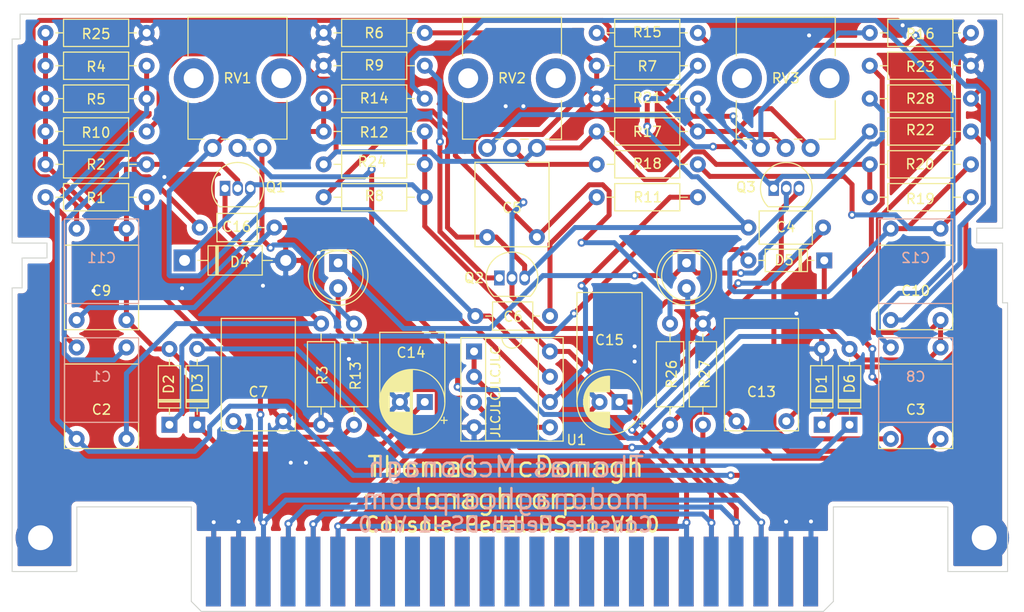
<source format=kicad_pcb>
(kicad_pcb (version 20171130) (host pcbnew "(5.1.7)-1")
  (layers (0 F.Cu signal) (31 B.Cu signal) (34 B.Paste user) (35 F.Paste user) (36 B.SilkS user) (37 F.SilkS user) (38 B.Mask user hide) (39 F.Mask user hide) (44 Edge.Cuts user))
  (net 0 "")
  (net 1 GND)
  (net 2 /LEDPower)
  (net 3 /Input)
  (net 4 /Output)
  (net 5 +9V)
  (net 6 "Net-(D1-Pad1)")
  (net 7 "Net-(C7-Pad2)")
  (net 8 "Net-(C8-Pad2)")
  (net 9 "Net-(C2-Pad1)")
  (net 10 "Net-(C2-Pad2)")
  (net 11 "Net-(C4-Pad1)")
  (net 12 "Net-(C5-Pad1)")
  (net 13 "Net-(C6-Pad2)")
  (net 14 "Net-(C10-Pad2)")
  (net 15 "Net-(C10-Pad1)")
  (net 16 "Net-(D3-Pad2)")
  (net 17 "Net-(Q3-Pad1)")
  (net 18 "Net-(R13-Pad1)")
  (net 19 "Net-(C1-Pad2)")
  (net 20 "Net-(C1-Pad1)")
  (net 21 "Net-(C3-Pad2)")
  (net 22 "Net-(C6-Pad1)")
  (net 23 /4.5V)
  (net 24 "Net-(C11-Pad2)")
  (net 25 "Net-(C12-Pad1)")
  (net 26 "Net-(C12-Pad2)")
  (net 27 "Net-(C13-Pad1)")
  (net 28 "Net-(D2-Pad1)")
  (net 29 "Net-(D7-Pad1)")
  (net 30 "Net-(Q2-Pad1)")
  (net 31 "Net-(R11-Pad1)")
  (net 32 "Net-(R15-Pad1)")
  (net 33 "Net-(R18-Pad2)")
  (net 34 "Net-(RV2-Pad3)")
  (net 35 "Net-(U1-Pad1)")
  (module LED_THT:LED_D5.0mm (layer F.Cu) (at 115.25 95 270)
    (fp_text reference D7 hide)
    (fp_text value LED)
    (pad 1 thru_hole rect (at 0 0 270) (size 1.8 1.8) (drill 0.9) (layers *.Cu *.Mask) (net 29 "Net-(D7-Pad1)"))
    (pad 2 thru_hole circle (at 2.54 0 270) (size 1.8 1.8) (drill 0.9) (layers *.Cu *.Mask) (net 2 /LEDPower))
  )
  (module LED_THT:LED_D5.0mm (layer F.Cu) (at 150.25 95 270)
    (fp_text reference D8 hide)
    (fp_text value LED)
    (pad 2 thru_hole circle (at 2.54 0 270) (size 1.8 1.8) (drill 0.9) (layers *.Cu *.Mask) (net 2 /LEDPower))
    (pad 1 thru_hole rect (at 0 0 270) (size 1.8 1.8) (drill 0.9) (layers *.Cu *.Mask) (net 29 "Net-(D7-Pad1)"))
  )
  (module libraries:N64-Connector (layer F.Cu) (at 132.715 126)
    (fp_text reference J1 hide)
    (fp_text value Conn_02x25_Counter_Clockwise)
    (pad 1 connect rect (at -30 0) (size 1.5 7) (layers F.Cu F.Mask) (net 1 GND))
    (pad 2 connect rect (at -27.5 0) (size 1.5 7) (layers F.Cu F.Mask) (net 1 GND))
    (pad 3 connect rect (at -25 0) (size 1.5 7) (layers F.Cu F.Mask) (net 3 /Input))
    (pad 4 connect rect (at -22.5 0) (size 1.5 7) (layers F.Cu F.Mask) (net 4 /Output))
    (pad 5 connect rect (at -20 0) (size 1.5 7) (layers F.Cu F.Mask) (net 5 +9V))
    (pad 6 connect rect (at -17.5 0) (size 1.5 7) (layers F.Cu F.Mask) (net 2 /LEDPower))
    (pad 7 connect rect (at -15 0) (size 1.5 7) (layers F.Cu F.Mask))
    (pad 8 connect rect (at -12.5 0) (size 1.5 7) (layers F.Cu F.Mask))
    (pad 9 connect rect (at -10 0) (size 1.5 7) (layers F.Cu F.Mask))
    (pad 10 connect rect (at -7.5 0) (size 1.5 7) (layers F.Cu F.Mask))
    (pad 11 connect rect (at -5 0) (size 1.5 7) (layers F.Cu F.Mask))
    (pad 12 connect rect (at -2.5 0) (size 1.5 7) (layers F.Cu F.Mask))
    (pad 13 connect rect (at 0 0) (size 1.5 7) (layers F.Cu F.Mask))
    (pad 14 connect rect (at 2.5 0) (size 1.5 7) (layers F.Cu F.Mask))
    (pad 15 connect rect (at 5 0) (size 1.5 7) (layers F.Cu F.Mask))
    (pad 16 connect rect (at 7.5 0) (size 1.5 7) (layers F.Cu F.Mask))
    (pad 17 connect rect (at 10 0) (size 1.5 7) (layers F.Cu F.Mask))
    (pad 18 connect rect (at 12.5 0) (size 1.5 7) (layers F.Cu F.Mask))
    (pad 19 connect rect (at 15 0) (size 1.5 7) (layers F.Cu F.Mask))
    (pad 20 connect rect (at 17.5 0) (size 1.5 7) (layers F.Cu F.Mask) (net 2 /LEDPower))
    (pad 21 connect rect (at 20 0) (size 1.5 7) (layers F.Cu F.Mask) (net 5 +9V))
    (pad 22 connect rect (at 22.5 0) (size 1.5 7) (layers F.Cu F.Mask) (net 4 /Output))
    (pad 23 connect rect (at 25 0) (size 1.5 7) (layers F.Cu F.Mask) (net 3 /Input))
    (pad 24 connect rect (at 27.5 0) (size 1.5 7) (layers F.Cu F.Mask) (net 1 GND))
    (pad 25 connect rect (at 30 0) (size 1.5 7) (layers F.Cu F.Mask) (net 1 GND))
    (pad 26 connect rect (at -30 0) (size 1.5 7) (layers B.Cu B.Mask) (net 1 GND))
    (pad 27 connect rect (at -27.5 0) (size 1.5 7) (layers B.Cu B.Mask) (net 1 GND))
    (pad 28 connect rect (at -25 0) (size 1.5 7) (layers B.Cu B.Mask) (net 3 /Input))
    (pad 29 connect rect (at -22.5 0) (size 1.5 7) (layers B.Cu B.Mask) (net 4 /Output))
    (pad 30 connect rect (at -20 0) (size 1.5 7) (layers B.Cu B.Mask) (net 5 +9V))
    (pad 31 connect rect (at -17.5 0) (size 1.5 7) (layers B.Cu B.Mask) (net 2 /LEDPower))
    (pad 32 connect rect (at -15 0) (size 1.5 7) (layers B.Cu B.Mask))
    (pad 33 connect rect (at -12.5 0) (size 1.5 7) (layers B.Cu B.Mask))
    (pad 34 connect rect (at -10 0) (size 1.5 7) (layers B.Cu B.Mask))
    (pad 35 connect rect (at -7.5 0) (size 1.5 7) (layers B.Cu B.Mask))
    (pad 36 connect rect (at -5 0) (size 1.5 7) (layers B.Cu B.Mask))
    (pad 37 connect rect (at -2.5 0) (size 1.5 7) (layers B.Cu B.Mask))
    (pad 38 connect rect (at 0 0) (size 1.5 7) (layers B.Cu B.Mask))
    (pad 39 connect rect (at 2.5 0) (size 1.5 7) (layers B.Cu B.Mask))
    (pad 40 connect rect (at 5 0) (size 1.5 7) (layers B.Cu B.Mask))
    (pad 41 connect rect (at 7.5 0) (size 1.5 7) (layers B.Cu B.Mask))
    (pad 42 connect rect (at 10 0) (size 1.5 7) (layers B.Cu B.Mask))
    (pad 43 connect rect (at 12.5 0) (size 1.5 7) (layers B.Cu B.Mask))
    (pad 44 connect rect (at 15 0) (size 1.5 7) (layers B.Cu B.Mask))
    (pad 45 connect rect (at 17.5 0) (size 1.5 7) (layers B.Cu B.Mask) (net 2 /LEDPower))
    (pad 46 connect rect (at 20 0) (size 1.5 7) (layers B.Cu B.Mask) (net 5 +9V))
    (pad 47 connect rect (at 22.5 0) (size 1.5 7) (layers B.Cu B.Mask) (net 4 /Output))
    (pad 48 connect rect (at 25 0) (size 1.5 7) (layers B.Cu B.Mask) (net 3 /Input))
    (pad 49 connect rect (at 27.5 0) (size 1.5 7) (layers B.Cu B.Mask) (net 1 GND))
    (pad 50 connect rect (at 30 0) (size 1.5 7) (layers B.Cu B.Mask) (net 1 GND))
  )
  (module MountingHole:MountingHole_2.5mm_Pad (layer F.Cu) (at 85.35 122.6)
    (fp_text reference H1 hide)
    (fp_text value MountingHole_Pad)
    (pad 1 thru_hole circle (at 0 0) (size 5 5) (drill 2.5) (layers *.Cu *.Mask) (net 1 GND))
  )
  (module MountingHole:MountingHole_2.5mm_Pad (layer F.Cu) (at 180.15 122.6)
    (fp_text reference H2 hide)
    (fp_text value MountingHole_Pad)
    (pad 1 thru_hole circle (at 0 0) (size 5 5) (drill 2.5) (layers *.Cu *.Mask) (net 1 GND))
  )
  (module Resistor_THT:R_Axial_DIN0207_L6.3mm_D2.5mm_P10.16mm_Horizontal (layer F.Cu) (at 178.816 78.486 180)
    (fp_text reference R28 (at 5.08 0) (layer F.SilkS))
    (fp_text value 100K)
    (pad 1 thru_hole circle (at 0 0 180) (size 1.6 1.6) (drill 0.8) (layers *.Cu *.Mask) (net 1 GND))
    (pad 2 thru_hole oval (at 10.16 0 180) (size 1.6 1.6) (drill 0.8) (layers *.Cu *.Mask) (net 29 "Net-(D7-Pad1)"))
  )
  (module libraries:C_Flat_L7.2_H6.5 (layer B.Cu) (at 93.98 103.886 180)
    (fp_text reference C1 (at 2.5 -2.54 180) (layer B.SilkS) (effects (justify mirror)))
    (fp_text value 0.047uF)
    (pad 2 thru_hole circle (at 5 0.4 180) (size 1.6 1.6) (drill 0.8) (layers *.Cu *.Mask) (net 19 "Net-(C1-Pad2)"))
    (pad 1 thru_hole circle (at 0 0.4 180) (size 1.6 1.6) (drill 0.8) (layers *.Cu *.Mask) (net 20 "Net-(C1-Pad1)"))
  )
  (module libraries:C_Flat_L7.2_H6.5 (layer F.Cu) (at 93.98 112.268 180)
    (fp_text reference C2 (at 2.5 2.54) (layer F.SilkS))
    (fp_text value 0.47uF)
    (pad 2 thru_hole circle (at 5 -0.4 180) (size 1.6 1.6) (drill 0.8) (layers *.Cu *.Mask) (net 10 "Net-(C2-Pad2)"))
    (pad 1 thru_hole circle (at 0 -0.4 180) (size 1.6 1.6) (drill 0.8) (layers *.Cu *.Mask) (net 9 "Net-(C2-Pad1)"))
  )
  (module libraries:C_Flat_L7.2_H6.5 (layer F.Cu) (at 175.768 112.268 180)
    (fp_text reference C3 (at 2.5 2.54) (layer F.SilkS))
    (fp_text value 0.047uF)
    (pad 1 thru_hole circle (at 0 -0.4 180) (size 1.6 1.6) (drill 0.8) (layers *.Cu *.Mask) (net 10 "Net-(C2-Pad2)"))
    (pad 2 thru_hole circle (at 5 -0.4 180) (size 1.6 1.6) (drill 0.8) (layers *.Cu *.Mask) (net 21 "Net-(C3-Pad2)"))
  )
  (module Capacitor_THT:C_Axial_L5.1mm_D3.1mm_P7.50mm_Horizontal (layer F.Cu) (at 156.464 91.44)
    (fp_text reference C4 (at 3.75 -0.047001) (layer F.SilkS))
    (fp_text value 220pF)
    (pad 1 thru_hole circle (at 0 0) (size 1.6 1.6) (drill 0.8) (layers *.Cu *.Mask) (net 11 "Net-(C4-Pad1)"))
    (pad 2 thru_hole oval (at 7.5 0) (size 1.6 1.6) (drill 0.8) (layers *.Cu *.Mask) (net 21 "Net-(C3-Pad2)"))
  )
  (module libraries:C_Flat_L7.2_H6.5 (layer F.Cu) (at 135.215 92 180)
    (fp_text reference C5 (at 2.5 2.54) (layer F.SilkS))
    (fp_text value 0.47uF)
    (pad 1 thru_hole circle (at 0 -0.4 180) (size 1.6 1.6) (drill 0.8) (layers *.Cu *.Mask) (net 12 "Net-(C5-Pad1)"))
    (pad 2 thru_hole circle (at 5 -0.4 180) (size 1.6 1.6) (drill 0.8) (layers *.Cu *.Mask) (net 11 "Net-(C4-Pad1)"))
  )
  (module Capacitor_THT:C_Axial_L3.8mm_D2.6mm_P7.50mm_Horizontal (layer F.Cu) (at 129.032 100.33)
    (fp_text reference C6 (at 3.791999 0.062999) (layer F.SilkS))
    (fp_text value 100pF)
    (pad 2 thru_hole oval (at 7.5 0) (size 1.6 1.6) (drill 0.8) (layers *.Cu *.Mask) (net 13 "Net-(C6-Pad2)"))
    (pad 1 thru_hole circle (at 0 0) (size 1.6 1.6) (drill 0.8) (layers *.Cu *.Mask) (net 22 "Net-(C6-Pad1)"))
  )
  (module libraries:C_Flat_L7.2_H10 (layer F.Cu) (at 109.728 110.49 180)
    (fp_text reference C7 (at 2.5 2.54) (layer F.SilkS))
    (fp_text value 1uF)
    (pad 2 thru_hole circle (at 5 -0.4 180) (size 1.6 1.6) (drill 0.8) (layers *.Cu *.Mask) (net 7 "Net-(C7-Pad2)"))
    (pad 1 thru_hole circle (at 0 -0.4 180) (size 1.6 1.6) (drill 0.8) (layers *.Cu *.Mask) (net 1 GND))
  )
  (module libraries:C_Flat_L7.2_H6.5 (layer B.Cu) (at 175.768 103.886 180)
    (fp_text reference C8 (at 2.5 -2.54) (layer B.SilkS) (effects (justify mirror)))
    (fp_text value 0.47uF)
    (pad 1 thru_hole circle (at 0 0.4 180) (size 1.6 1.6) (drill 0.8) (layers *.Cu *.Mask) (net 15 "Net-(C10-Pad1)"))
    (pad 2 thru_hole circle (at 5 0.4 180) (size 1.6 1.6) (drill 0.8) (layers *.Cu *.Mask) (net 8 "Net-(C8-Pad2)"))
  )
  (module libraries:C_Flat_L7.2_H6.5 (layer F.Cu) (at 93.98 100.33 180)
    (fp_text reference C9 (at 2.5 2.54) (layer F.SilkS))
    (fp_text value 0.01uF)
    (pad 2 thru_hole circle (at 5 -0.4 180) (size 1.6 1.6) (drill 0.8) (layers *.Cu *.Mask) (net 15 "Net-(C10-Pad1)"))
    (pad 1 thru_hole circle (at 0 -0.4 180) (size 1.6 1.6) (drill 0.8) (layers *.Cu *.Mask) (net 23 /4.5V))
  )
  (module libraries:C_Flat_L7.2_H6.5 (layer F.Cu) (at 175.768 100.33 180)
    (fp_text reference C10 (at 2.5 2.54) (layer F.SilkS))
    (fp_text value 0.022uF)
    (pad 1 thru_hole circle (at 0 -0.4 180) (size 1.6 1.6) (drill 0.8) (layers *.Cu *.Mask) (net 15 "Net-(C10-Pad1)"))
    (pad 2 thru_hole circle (at 5 -0.4 180) (size 1.6 1.6) (drill 0.8) (layers *.Cu *.Mask) (net 14 "Net-(C10-Pad2)"))
  )
  (module libraries:C_Flat_L7.2_H6.5 (layer B.Cu) (at 93.98 91.948 180)
    (fp_text reference C11 (at 2.5 -2.54) (layer B.SilkS) (effects (justify mirror)))
    (fp_text value 0.1uF)
    (pad 2 thru_hole circle (at 5 0.4 180) (size 1.6 1.6) (drill 0.8) (layers *.Cu *.Mask) (net 24 "Net-(C11-Pad2)"))
    (pad 1 thru_hole circle (at 0 0.4 180) (size 1.6 1.6) (drill 0.8) (layers *.Cu *.Mask) (net 23 /4.5V))
  )
  (module libraries:C_Flat_L7.2_H6.5 (layer B.Cu) (at 175.768 91.948 180)
    (fp_text reference C12 (at 2.5 -2.54) (layer B.SilkS) (effects (justify mirror)))
    (fp_text value 0.047uF)
    (pad 1 thru_hole circle (at 0 0.4 180) (size 1.6 1.6) (drill 0.8) (layers *.Cu *.Mask) (net 25 "Net-(C12-Pad1)"))
    (pad 2 thru_hole circle (at 5 0.4 180) (size 1.6 1.6) (drill 0.8) (layers *.Cu *.Mask) (net 26 "Net-(C12-Pad2)"))
  )
  (module libraries:C_Flat_L7.2_H10 (layer F.Cu) (at 160.274 110.49 180)
    (fp_text reference C13 (at 2.5 2.54) (layer F.SilkS))
    (fp_text value 1uF)
    (pad 1 thru_hole circle (at 0 -0.4 180) (size 1.6 1.6) (drill 0.8) (layers *.Cu *.Mask) (net 27 "Net-(C13-Pad1)"))
    (pad 2 thru_hole circle (at 5 -0.4 180) (size 1.6 1.6) (drill 0.8) (layers *.Cu *.Mask) (net 4 /Output))
  )
  (module libraries:CP_Radial_D6.3mm_P2.50mm_L7.0mm (layer F.Cu) (at 123.952 108.966 180)
    (fp_text reference C14 (at 1.378758 4.956999) (layer F.SilkS))
    (fp_text value 47uF)
    (pad 1 thru_hole rect (at 0 0 180) (size 1.6 1.6) (drill 0.8) (layers *.Cu *.Mask) (net 23 /4.5V))
    (pad 2 thru_hole circle (at 2.5 0 180) (size 1.6 1.6) (drill 0.8) (layers *.Cu *.Mask) (net 1 GND))
  )
  (module libraries:CP_Radial_D6.3mm_P2.00mm_L11.0mm (layer F.Cu) (at 143.51 108.966 180)
    (fp_text reference C15 (at 1 6.226999) (layer F.SilkS))
    (fp_text value 100uF)
    (pad 1 thru_hole rect (at 0 0 180) (size 1.6 1.6) (drill 0.8) (layers *.Cu *.Mask) (net 5 +9V))
    (pad 2 thru_hole circle (at 2 0 180) (size 1.6 1.6) (drill 0.8) (layers *.Cu *.Mask) (net 1 GND))
  )
  (module Capacitor_THT:C_Axial_L3.8mm_D2.6mm_P7.50mm_Horizontal (layer F.Cu) (at 101.346 91.44)
    (fp_text reference C16 (at 3.717999 -0.081001) (layer F.SilkS))
    (fp_text value 47pF)
    (pad 1 thru_hole circle (at 0 0) (size 1.6 1.6) (drill 0.8) (layers *.Cu *.Mask) (net 23 /4.5V))
    (pad 2 thru_hole oval (at 7.5 0) (size 1.6 1.6) (drill 0.8) (layers *.Cu *.Mask) (net 15 "Net-(C10-Pad1)"))
  )
  (module Diode_THT:D_DO-35_SOD27_P7.62mm_Horizontal (layer F.Cu) (at 163.83 111.252 90)
    (fp_text reference D1 (at 4.079999 -0.019001 90) (layer F.SilkS))
    (fp_text value 1N4148)
    (pad 1 thru_hole rect (at 0 0 90) (size 1.6 1.6) (drill 0.8) (layers *.Cu *.Mask) (net 6 "Net-(D1-Pad1)"))
    (pad 2 thru_hole oval (at 7.62 0 90) (size 1.6 1.6) (drill 0.8) (layers *.Cu *.Mask) (net 1 GND))
  )
  (module Diode_THT:D_DO-35_SOD27_P7.62mm_Horizontal (layer F.Cu) (at 98.298 111.252 90)
    (fp_text reference D2 (at 4.079999 -0.065001 90) (layer F.SilkS))
    (fp_text value 1N4148)
    (pad 1 thru_hole rect (at 0 0 90) (size 1.6 1.6) (drill 0.8) (layers *.Cu *.Mask) (net 28 "Net-(D2-Pad1)"))
    (pad 2 thru_hole oval (at 7.62 0 90) (size 1.6 1.6) (drill 0.8) (layers *.Cu *.Mask) (net 23 /4.5V))
  )
  (module Diode_THT:D_DO-35_SOD27_P7.62mm_Horizontal (layer F.Cu) (at 101.092 111.252 90)
    (fp_text reference D3 (at 4.181999 0.024999 90) (layer F.SilkS))
    (fp_text value 1N4148)
    (pad 2 thru_hole oval (at 7.62 0 90) (size 1.6 1.6) (drill 0.8) (layers *.Cu *.Mask) (net 16 "Net-(D3-Pad2)"))
    (pad 1 thru_hole rect (at 0 0 90) (size 1.6 1.6) (drill 0.8) (layers *.Cu *.Mask) (net 23 /4.5V))
  )
  (module Diode_THT:D_DO-41_SOD81_P10.16mm_Horizontal (layer F.Cu) (at 99.822 94.742)
    (fp_text reference D4 (at 5.527999 0.152999) (layer F.SilkS))
    (fp_text value 1N4001)
    (pad 1 thru_hole rect (at 0 0) (size 2.2 2.2) (drill 1.1) (layers *.Cu *.Mask) (net 5 +9V))
    (pad 2 thru_hole oval (at 10.16 0) (size 2.2 2.2) (drill 1.1) (layers *.Cu *.Mask) (net 1 GND))
  )
  (module Diode_THT:D_DO-35_SOD27_P7.62mm_Horizontal (layer F.Cu) (at 164.084 94.742 180)
    (fp_text reference D5 (at 4.029999 0.024999) (layer F.SilkS))
    (fp_text value 1N4148)
    (pad 2 thru_hole oval (at 7.62 0 180) (size 1.6 1.6) (drill 0.8) (layers *.Cu *.Mask) (net 28 "Net-(D2-Pad1)"))
    (pad 1 thru_hole rect (at 0 0 180) (size 1.6 1.6) (drill 0.8) (layers *.Cu *.Mask) (net 15 "Net-(C10-Pad1)"))
  )
  (module Diode_THT:D_DO-35_SOD27_P7.62mm_Horizontal (layer F.Cu) (at 166.624 111.252 90)
    (fp_text reference D6 (at 4.131999 0 90) (layer F.SilkS))
    (fp_text value 1N4148)
    (pad 1 thru_hole rect (at 0 0 90) (size 1.6 1.6) (drill 0.8) (layers *.Cu *.Mask) (net 16 "Net-(D3-Pad2)"))
    (pad 2 thru_hole oval (at 7.62 0 90) (size 1.6 1.6) (drill 0.8) (layers *.Cu *.Mask) (net 15 "Net-(C10-Pad1)"))
  )
  (module Package_TO_SOT_THT:TO-92_Inline (layer F.Cu) (at 103.886 87.5)
    (fp_text reference Q1 (at 5.08 -0.124) (layer F.SilkS))
    (fp_text value 2N5088)
    (pad 2 thru_hole oval (at 1.27 0) (size 1.05 1.5) (drill 0.75) (layers *.Cu *.Mask) (net 20 "Net-(C1-Pad1)"))
    (pad 3 thru_hole oval (at 2.54 0) (size 1.05 1.5) (drill 0.75) (layers *.Cu *.Mask) (net 5 +9V))
    (pad 1 thru_hole rect (at 0 0) (size 1.05 1.5) (drill 0.75) (layers *.Cu *.Mask) (net 9 "Net-(C2-Pad1)"))
  )
  (module Package_TO_SOT_THT:TO-92_Inline (layer F.Cu) (at 131.445 96.5)
    (fp_text reference Q2 (at -2.54 0) (layer F.SilkS))
    (fp_text value 2N5088)
    (pad 2 thru_hole oval (at 1.27 0) (size 1.05 1.5) (drill 0.75) (layers *.Cu *.Mask) (net 21 "Net-(C3-Pad2)"))
    (pad 3 thru_hole oval (at 2.54 0) (size 1.05 1.5) (drill 0.75) (layers *.Cu *.Mask) (net 11 "Net-(C4-Pad1)"))
    (pad 1 thru_hole rect (at 0 0) (size 1.05 1.5) (drill 0.75) (layers *.Cu *.Mask) (net 30 "Net-(Q2-Pad1)"))
  )
  (module Package_TO_SOT_THT:TO-92_Inline (layer F.Cu) (at 159.004 87.5)
    (fp_text reference Q3 (at -2.794 -0.124) (layer F.SilkS))
    (fp_text value 2N5088)
    (pad 1 thru_hole rect (at 0 0) (size 1.05 1.5) (drill 0.75) (layers *.Cu *.Mask) (net 17 "Net-(Q3-Pad1)"))
    (pad 3 thru_hole oval (at 2.54 0) (size 1.05 1.5) (drill 0.75) (layers *.Cu *.Mask) (net 5 +9V))
    (pad 2 thru_hole oval (at 1.27 0) (size 1.05 1.5) (drill 0.75) (layers *.Cu *.Mask) (net 26 "Net-(C12-Pad2)"))
  )
  (module Resistor_THT:R_Axial_DIN0207_L6.3mm_D2.5mm_P10.16mm_Horizontal (layer F.Cu) (at 85.852 88.392)
    (fp_text reference R1 (at 5.08 0.066999) (layer F.SilkS))
    (fp_text value 1K)
    (pad 1 thru_hole circle (at 0 0) (size 1.6 1.6) (drill 0.8) (layers *.Cu *.Mask) (net 19 "Net-(C1-Pad2)"))
    (pad 2 thru_hole oval (at 10.16 0) (size 1.6 1.6) (drill 0.8) (layers *.Cu *.Mask) (net 3 /Input))
  )
  (module Resistor_THT:R_Axial_DIN0207_L6.3mm_D2.5mm_P10.16mm_Horizontal (layer F.Cu) (at 85.852 85.09)
    (fp_text reference R2 (at 5.08 0.014999) (layer F.SilkS))
    (fp_text value 470K)
    (pad 2 thru_hole oval (at 10.16 0) (size 1.6 1.6) (drill 0.8) (layers *.Cu *.Mask) (net 20 "Net-(C1-Pad1)"))
    (pad 1 thru_hole circle (at 0 0) (size 1.6 1.6) (drill 0.8) (layers *.Cu *.Mask) (net 23 /4.5V))
  )
  (module Resistor_THT:R_Axial_DIN0207_L6.3mm_D2.5mm_P10.16mm_Horizontal (layer F.Cu) (at 113.538 101.092 270)
    (fp_text reference R3 (at 5.191999 -0.127001 90) (layer F.SilkS))
    (fp_text value 10K)
    (pad 2 thru_hole oval (at 10.16 0 270) (size 1.6 1.6) (drill 0.8) (layers *.Cu *.Mask) (net 1 GND))
    (pad 1 thru_hole circle (at 0 0 270) (size 1.6 1.6) (drill 0.8) (layers *.Cu *.Mask) (net 9 "Net-(C2-Pad1)"))
  )
  (module Resistor_THT:R_Axial_DIN0207_L6.3mm_D2.5mm_P10.16mm_Horizontal (layer F.Cu) (at 85.852 75.184)
    (fp_text reference R4 (at 5.08 0.108999) (layer F.SilkS))
    (fp_text value 100K)
    (pad 2 thru_hole oval (at 10.16 0) (size 1.6 1.6) (drill 0.8) (layers *.Cu *.Mask) (net 10 "Net-(C2-Pad2)"))
    (pad 1 thru_hole circle (at 0 0) (size 1.6 1.6) (drill 0.8) (layers *.Cu *.Mask) (net 23 /4.5V))
  )
  (module Resistor_THT:R_Axial_DIN0207_L6.3mm_D2.5mm_P10.16mm_Horizontal (layer F.Cu) (at 96.012 78.486 180)
    (fp_text reference R5 (at 5.08 -0.071001) (layer F.SilkS))
    (fp_text value 1M)
    (pad 1 thru_hole circle (at 0 0 180) (size 1.6 1.6) (drill 0.8) (layers *.Cu *.Mask) (net 10 "Net-(C2-Pad2)"))
    (pad 2 thru_hole oval (at 10.16 0 180) (size 1.6 1.6) (drill 0.8) (layers *.Cu *.Mask) (net 23 /4.5V))
  )
  (module Resistor_THT:R_Axial_DIN0207_L6.3mm_D2.5mm_P10.16mm_Horizontal (layer F.Cu) (at 113.792 71.882)
    (fp_text reference R6 (at 5.08 0.014999) (layer F.SilkS))
    (fp_text value 100K)
    (pad 1 thru_hole circle (at 0 0) (size 1.6 1.6) (drill 0.8) (layers *.Cu *.Mask) (net 1 GND))
    (pad 2 thru_hole oval (at 10.16 0) (size 1.6 1.6) (drill 0.8) (layers *.Cu *.Mask) (net 21 "Net-(C3-Pad2)"))
  )
  (module Resistor_THT:R_Axial_DIN0207_L6.3mm_D2.5mm_P10.16mm_Horizontal (layer F.Cu) (at 151.384 75.184 180)
    (fp_text reference R7 (at 5.08 -0.057001) (layer F.SilkS))
    (fp_text value 470K)
    (pad 2 thru_hole oval (at 10.16 0 180) (size 1.6 1.6) (drill 0.8) (layers *.Cu *.Mask) (net 21 "Net-(C3-Pad2)"))
    (pad 1 thru_hole circle (at 0 0 180) (size 1.6 1.6) (drill 0.8) (layers *.Cu *.Mask) (net 11 "Net-(C4-Pad1)"))
  )
  (module Resistor_THT:R_Axial_DIN0207_L6.3mm_D2.5mm_P10.16mm_Horizontal (layer F.Cu) (at 113.792 88.392)
    (fp_text reference R8 (at 5.089999 -0.131001) (layer F.SilkS))
    (fp_text value 10K)
    (pad 1 thru_hole circle (at 0 0) (size 1.6 1.6) (drill 0.8) (layers *.Cu *.Mask) (net 11 "Net-(C4-Pad1)"))
    (pad 2 thru_hole oval (at 10.16 0) (size 1.6 1.6) (drill 0.8) (layers *.Cu *.Mask) (net 5 +9V))
  )
  (module Resistor_THT:R_Axial_DIN0207_L6.3mm_D2.5mm_P10.16mm_Horizontal (layer F.Cu) (at 113.792 75.184)
    (fp_text reference R9 (at 5.08 -0.043001) (layer F.SilkS))
    (fp_text value 22)
    (pad 2 thru_hole oval (at 10.16 0) (size 1.6 1.6) (drill 0.8) (layers *.Cu *.Mask) (net 30 "Net-(Q2-Pad1)"))
    (pad 1 thru_hole circle (at 0 0) (size 1.6 1.6) (drill 0.8) (layers *.Cu *.Mask) (net 1 GND))
  )
  (module Resistor_THT:R_Axial_DIN0207_L6.3mm_D2.5mm_P10.16mm_Horizontal (layer F.Cu) (at 96.012 81.788 180)
    (fp_text reference R10 (at 5.089999 -0.117001) (layer F.SilkS))
    (fp_text value 100K)
    (pad 1 thru_hole circle (at 0 0 180) (size 1.6 1.6) (drill 0.8) (layers *.Cu *.Mask) (net 12 "Net-(C5-Pad1)"))
    (pad 2 thru_hole oval (at 10.16 0 180) (size 1.6 1.6) (drill 0.8) (layers *.Cu *.Mask) (net 23 /4.5V))
  )
  (module Resistor_THT:R_Axial_DIN0207_L6.3mm_D2.5mm_P10.16mm_Horizontal (layer F.Cu) (at 151.384 88.392 180)
    (fp_text reference R11 (at 5.023999 -0.001001) (layer F.SilkS))
    (fp_text value 100K)
    (pad 2 thru_hole oval (at 10.16 0 180) (size 1.6 1.6) (drill 0.8) (layers *.Cu *.Mask) (net 13 "Net-(C6-Pad2)"))
    (pad 1 thru_hole circle (at 0 0 180) (size 1.6 1.6) (drill 0.8) (layers *.Cu *.Mask) (net 31 "Net-(R11-Pad1)"))
  )
  (module Resistor_THT:R_Axial_DIN0207_L6.3mm_D2.5mm_P10.16mm_Horizontal (layer F.Cu) (at 123.952 81.788 180)
    (fp_text reference R12 (at 5.089999 -0.089001) (layer F.SilkS))
    (fp_text value 1K)
    (pad 2 thru_hole oval (at 10.16 0 180) (size 1.6 1.6) (drill 0.8) (layers *.Cu *.Mask) (net 22 "Net-(C6-Pad1)"))
    (pad 1 thru_hole circle (at 0 0 180) (size 1.6 1.6) (drill 0.8) (layers *.Cu *.Mask) (net 5 +9V))
  )
  (module Resistor_THT:R_Axial_DIN0207_L6.3mm_D2.5mm_P10.16mm_Horizontal (layer F.Cu) (at 116.84 101.092 270)
    (fp_text reference R13 (at 5.241999 -0.159001 90) (layer F.SilkS))
    (fp_text value 4.7K)
    (pad 2 thru_hole oval (at 10.16 0 270) (size 1.6 1.6) (drill 0.8) (layers *.Cu *.Mask) (net 7 "Net-(C7-Pad2)"))
    (pad 1 thru_hole circle (at 0 0 270) (size 1.6 1.6) (drill 0.8) (layers *.Cu *.Mask) (net 18 "Net-(R13-Pad1)"))
  )
  (module Resistor_THT:R_Axial_DIN0207_L6.3mm_D2.5mm_P10.16mm_Horizontal (layer F.Cu) (at 113.792 78.486)
    (fp_text reference R14 (at 5.08 -0.029001) (layer F.SilkS))
    (fp_text value 2.2K)
    (pad 1 thru_hole circle (at 0 0) (size 1.6 1.6) (drill 0.8) (layers *.Cu *.Mask) (net 22 "Net-(C6-Pad1)"))
    (pad 2 thru_hole oval (at 10.16 0) (size 1.6 1.6) (drill 0.8) (layers *.Cu *.Mask) (net 8 "Net-(C8-Pad2)"))
  )
  (module Resistor_THT:R_Axial_DIN0207_L6.3mm_D2.5mm_P10.16mm_Horizontal (layer F.Cu) (at 141.224 71.882)
    (fp_text reference R15 (at 5.08 -0.075001) (layer F.SilkS))
    (fp_text value 2.2K)
    (pad 2 thru_hole oval (at 10.16 0) (size 1.6 1.6) (drill 0.8) (layers *.Cu *.Mask) (net 14 "Net-(C10-Pad2)"))
    (pad 1 thru_hole circle (at 0 0) (size 1.6 1.6) (drill 0.8) (layers *.Cu *.Mask) (net 32 "Net-(R15-Pad1)"))
  )
  (module Resistor_THT:R_Axial_DIN0207_L6.3mm_D2.5mm_P10.16mm_Horizontal (layer F.Cu) (at 178.816 71.882 180)
    (fp_text reference R16 (at 5.08 -0.103001) (layer F.SilkS))
    (fp_text value 6.8K)
    (pad 1 thru_hole circle (at 0 0 180) (size 1.6 1.6) (drill 0.8) (layers *.Cu *.Mask) (net 15 "Net-(C10-Pad1)"))
    (pad 2 thru_hole oval (at 10.16 0 180) (size 1.6 1.6) (drill 0.8) (layers *.Cu *.Mask) (net 24 "Net-(C11-Pad2)"))
  )
  (module Resistor_THT:R_Axial_DIN0207_L6.3mm_D2.5mm_P10.16mm_Horizontal (layer F.Cu) (at 141.224 81.788)
    (fp_text reference R17 (at 5.08 0.026999) (layer F.SilkS))
    (fp_text value 6.8K)
    (pad 2 thru_hole oval (at 10.16 0) (size 1.6 1.6) (drill 0.8) (layers *.Cu *.Mask) (net 32 "Net-(R15-Pad1)"))
    (pad 1 thru_hole circle (at 0 0) (size 1.6 1.6) (drill 0.8) (layers *.Cu *.Mask) (net 23 /4.5V))
  )
  (module Resistor_THT:R_Axial_DIN0207_L6.3mm_D2.5mm_P10.16mm_Horizontal (layer F.Cu) (at 151.384 85.09 180)
    (fp_text reference R18 (at 5.065999 0.066999) (layer F.SilkS))
    (fp_text value 10K)
    (pad 1 thru_hole circle (at 0 0 180) (size 1.6 1.6) (drill 0.8) (layers *.Cu *.Mask) (net 25 "Net-(C12-Pad1)"))
    (pad 2 thru_hole oval (at 10.16 0 180) (size 1.6 1.6) (drill 0.8) (layers *.Cu *.Mask) (net 33 "Net-(R18-Pad2)"))
  )
  (module Resistor_THT:R_Axial_DIN0207_L6.3mm_D2.5mm_P10.16mm_Horizontal (layer F.Cu) (at 178.816 88.392 180)
    (fp_text reference R19 (at 5.08 -0.173001) (layer F.SilkS))
    (fp_text value 1M)
    (pad 2 thru_hole oval (at 10.16 0 180) (size 1.6 1.6) (drill 0.8) (layers *.Cu *.Mask) (net 23 /4.5V))
    (pad 1 thru_hole circle (at 0 0 180) (size 1.6 1.6) (drill 0.8) (layers *.Cu *.Mask) (net 25 "Net-(C12-Pad1)"))
  )
  (module Resistor_THT:R_Axial_DIN0207_L6.3mm_D2.5mm_P10.16mm_Horizontal (layer F.Cu) (at 178.816 85.09 180)
    (fp_text reference R20 (at 5.115999 0.012999) (layer F.SilkS))
    (fp_text value 1M)
    (pad 1 thru_hole circle (at 0 0 180) (size 1.6 1.6) (drill 0.8) (layers *.Cu *.Mask) (net 26 "Net-(C12-Pad2)"))
    (pad 2 thru_hole oval (at 10.16 0 180) (size 1.6 1.6) (drill 0.8) (layers *.Cu *.Mask) (net 23 /4.5V))
  )
  (module Resistor_THT:R_Axial_DIN0207_L6.3mm_D2.5mm_P10.16mm_Horizontal (layer F.Cu) (at 141.224 78.486)
    (fp_text reference R21 (at 5.08 -0.085001) (layer F.SilkS))
    (fp_text value 100K)
    (pad 2 thru_hole oval (at 10.16 0) (size 1.6 1.6) (drill 0.8) (layers *.Cu *.Mask) (net 17 "Net-(Q3-Pad1)"))
    (pad 1 thru_hole circle (at 0 0) (size 1.6 1.6) (drill 0.8) (layers *.Cu *.Mask) (net 1 GND))
  )
  (module Resistor_THT:R_Axial_DIN0207_L6.3mm_D2.5mm_P10.16mm_Horizontal (layer F.Cu) (at 168.656 81.788)
    (fp_text reference R22 (at 5.08 -0.145001) (layer F.SilkS))
    (fp_text value 1K)
    (pad 1 thru_hole circle (at 0 0) (size 1.6 1.6) (drill 0.8) (layers *.Cu *.Mask) (net 17 "Net-(Q3-Pad1)"))
    (pad 2 thru_hole oval (at 10.16 0) (size 1.6 1.6) (drill 0.8) (layers *.Cu *.Mask) (net 27 "Net-(C13-Pad1)"))
  )
  (module Resistor_THT:R_Axial_DIN0207_L6.3mm_D2.5mm_P10.16mm_Horizontal (layer F.Cu) (at 178.816 75.184 180)
    (fp_text reference R23 (at 5.08 -0.099001) (layer F.SilkS))
    (fp_text value 100K)
    (pad 2 thru_hole oval (at 10.16 0 180) (size 1.6 1.6) (drill 0.8) (layers *.Cu *.Mask) (net 4 /Output))
    (pad 1 thru_hole circle (at 0 0 180) (size 1.6 1.6) (drill 0.8) (layers *.Cu *.Mask) (net 1 GND))
  )
  (module Resistor_THT:R_Axial_DIN0207_L6.3mm_D2.5mm_P10.16mm_Horizontal (layer F.Cu) (at 113.792 85.09)
    (fp_text reference R24 (at 4.871999 -0.255001) (layer F.SilkS))
    (fp_text value 10K)
    (pad 1 thru_hole circle (at 0 0) (size 1.6 1.6) (drill 0.8) (layers *.Cu *.Mask) (net 23 /4.5V))
    (pad 2 thru_hole oval (at 10.16 0) (size 1.6 1.6) (drill 0.8) (layers *.Cu *.Mask) (net 5 +9V))
  )
  (module Resistor_THT:R_Axial_DIN0207_L6.3mm_D2.5mm_P10.16mm_Horizontal (layer F.Cu) (at 96.012 71.882 180)
    (fp_text reference R25 (at 5.08 -0.113001) (layer F.SilkS))
    (fp_text value 10K)
    (pad 1 thru_hole circle (at 0 0 180) (size 1.6 1.6) (drill 0.8) (layers *.Cu *.Mask) (net 1 GND))
    (pad 2 thru_hole oval (at 10.16 0 180) (size 1.6 1.6) (drill 0.8) (layers *.Cu *.Mask) (net 23 /4.5V))
  )
  (module Resistor_THT:R_Axial_DIN0207_L6.3mm_D2.5mm_P10.16mm_Horizontal (layer F.Cu) (at 148.59 101.092 270)
    (fp_text reference R26 (at 5.08 -0.159001 90) (layer F.SilkS))
    (fp_text value 22K)
    (pad 1 thru_hole circle (at 0 0 270) (size 1.6 1.6) (drill 0.8) (layers *.Cu *.Mask) (net 12 "Net-(C5-Pad1)"))
    (pad 2 thru_hole oval (at 10.16 0 270) (size 1.6 1.6) (drill 0.8) (layers *.Cu *.Mask) (net 6 "Net-(D1-Pad1)"))
  )
  (module Resistor_THT:R_Axial_DIN0207_L6.3mm_D2.5mm_P10.16mm_Horizontal (layer F.Cu) (at 151.892 101.092 270)
    (fp_text reference R27 (at 5.08 -0.173001 90) (layer F.SilkS))
    (fp_text value 2.2M)
    (pad 1 thru_hole circle (at 0 0 270) (size 1.6 1.6) (drill 0.8) (layers *.Cu *.Mask) (net 1 GND))
    (pad 2 thru_hole oval (at 10.16 0 270) (size 1.6 1.6) (drill 0.8) (layers *.Cu *.Mask) (net 3 /Input))
  )
  (module Potentiometer_THT:Potentiometer_Bourns_PTV09A-1_Single_Vertical (layer F.Cu) (at 107.639 83.439 90)
    (fp_text reference RV1 (at 7 -2.5 180) (layer F.SilkS))
    (fp_text value Dist)
    (pad 3 thru_hole circle (at 0 -5 90) (size 1.8 1.8) (drill 1) (layers *.Cu *.Mask) (net 22 "Net-(C6-Pad1)"))
    (pad 2 thru_hole circle (at 0 -2.5 90) (size 1.8 1.8) (drill 1) (layers *.Cu *.Mask) (net 31 "Net-(R11-Pad1)"))
    (pad 1 thru_hole circle (at 0 0 90) (size 1.8 1.8) (drill 1) (layers *.Cu *.Mask) (net 18 "Net-(R13-Pad1)"))
    (pad "" np_thru_hole circle (at 7 -6.9 90) (size 4 4) (drill 2) (layers *.Cu *.Mask))
    (pad "" np_thru_hole circle (at 7 1.9 90) (size 4 4) (drill 2) (layers *.Cu *.Mask))
  )
  (module Potentiometer_THT:Potentiometer_Bourns_PTV09A-1_Single_Vertical (layer F.Cu) (at 135.215 83.439 90)
    (fp_text reference RV2 (at 7 -2.5 180) (layer F.SilkS))
    (fp_text value Level)
    (pad 3 thru_hole circle (at 0 -5 90) (size 1.8 1.8) (drill 1) (layers *.Cu *.Mask) (net 34 "Net-(RV2-Pad3)"))
    (pad 2 thru_hole circle (at 0 -2.5 90) (size 1.8 1.8) (drill 1) (layers *.Cu *.Mask) (net 33 "Net-(R18-Pad2)"))
    (pad 1 thru_hole circle (at 0 0 90) (size 1.8 1.8) (drill 1) (layers *.Cu *.Mask) (net 23 /4.5V))
    (pad "" np_thru_hole circle (at 7 -6.9 90) (size 4 4) (drill 2) (layers *.Cu *.Mask))
    (pad "" np_thru_hole circle (at 7 1.9 90) (size 4 4) (drill 2) (layers *.Cu *.Mask))
  )
  (module Potentiometer_THT:Potentiometer_Bourns_PTV09A-1_Single_Vertical (layer F.Cu) (at 162.715 83.439 90)
    (fp_text reference RV3 (at 7 -2.5 180) (layer F.SilkS))
    (fp_text value Tone)
    (pad "" np_thru_hole circle (at 7 1.9 90) (size 4 4) (drill 2) (layers *.Cu *.Mask))
    (pad "" np_thru_hole circle (at 7 -6.9 90) (size 4 4) (drill 2) (layers *.Cu *.Mask))
    (pad 1 thru_hole circle (at 0 0 90) (size 1.8 1.8) (drill 1) (layers *.Cu *.Mask) (net 32 "Net-(R15-Pad1)"))
    (pad 2 thru_hole circle (at 0 -2.5 90) (size 1.8 1.8) (drill 1) (layers *.Cu *.Mask) (net 34 "Net-(RV2-Pad3)"))
    (pad 3 thru_hole circle (at 0 -5 90) (size 1.8 1.8) (drill 1) (layers *.Cu *.Mask) (net 24 "Net-(C11-Pad2)"))
  )
  (module Package_DIP:DIP-8_W7.62mm_Socket (layer F.Cu) (at 128.905 103.886)
    (fp_text reference U1 (at 10.287 8.89) (layer F.SilkS))
    (fp_text value TL072)
    (pad 1 thru_hole rect (at 0 0) (size 1.6 1.6) (drill 0.8) (layers *.Cu *.Mask) (net 35 "Net-(U1-Pad1)"))
    (pad 5 thru_hole oval (at 7.62 7.62) (size 1.6 1.6) (drill 0.8) (layers *.Cu *.Mask) (net 35 "Net-(U1-Pad1)"))
    (pad 2 thru_hole oval (at 0 2.54) (size 1.6 1.6) (drill 0.8) (layers *.Cu *.Mask) (net 35 "Net-(U1-Pad1)"))
    (pad 6 thru_hole oval (at 7.62 5.08) (size 1.6 1.6) (drill 0.8) (layers *.Cu *.Mask) (net 31 "Net-(R11-Pad1)"))
    (pad 3 thru_hole oval (at 0 5.08) (size 1.6 1.6) (drill 0.8) (layers *.Cu *.Mask) (net 6 "Net-(D1-Pad1)"))
    (pad 7 thru_hole oval (at 7.62 2.54) (size 1.6 1.6) (drill 0.8) (layers *.Cu *.Mask) (net 22 "Net-(C6-Pad1)"))
    (pad 4 thru_hole oval (at 0 7.62) (size 1.6 1.6) (drill 0.8) (layers *.Cu *.Mask) (net 1 GND))
    (pad 8 thru_hole oval (at 7.62 0) (size 1.6 1.6) (drill 0.8) (layers *.Cu *.Mask) (net 5 +9V))
  )
  (gr_text JLCJLCJLCJLC (at 131.064 107.95 90) (layer F.SilkS) (effects (font (size 0.9 0.9))))
  (gr_line (start 182 70) (end 83.3 70) (layer Edge.Cuts) (width 0.1))
  (gr_line (start 182 70) (end 182 91.5) (layer Edge.Cuts) (width 0.1))
  (gr_line (start 182 91.5) (end 179.4 91.5) (layer Edge.Cuts) (width 0.1))
  (gr_line (start 179.4 93) (end 179.4 91.5) (layer Edge.Cuts) (width 0.1))
  (gr_line (start 182 93) (end 179.4 93) (layer Edge.Cuts) (width 0.1))
  (gr_line (start 83.3 72.5) (end 83.3 70) (layer Edge.Cuts) (width 0.1))
  (gr_line (start 82.5 72.5) (end 83.3 72.5) (layer Edge.Cuts) (width 0.1))
  (gr_line (start 82.5 93) (end 82.5 72.5) (layer Edge.Cuts) (width 0.1))
  (gr_line (start 86 93) (end 82.5 93) (layer Edge.Cuts) (width 0.1))
  (gr_text "Console Pedal DS-1 V1.0" (at 132.08 121.285) (layer B.SilkS) (effects (font (size 1.5 1.5) (thickness 0.25)) (justify mirror)))
  (gr_text "Console Pedal DS-1 V1.0" (at 132.715 121.285) (layer F.SilkS) (effects (font (size 1.5 1.5) (thickness 0.25))))
  (gr_text "Thomas McDonagh\nmcdonaghcorp.com" (at 132.08 117.094) (layer B.SilkS) (effects (font (size 2 2) (thickness 0.25)) (justify mirror)))
  (gr_text "Thomas McDonagh\nmcdonaghcorp.com" (at 132.08 117.094) (layer F.SilkS) (effects (font (size 2 2) (thickness 0.25))))
  (gr_line (start 182 93) (end 182 99) (layer Edge.Cuts) (width 0.1))
  (gr_line (start 182.5 99) (end 182 99) (layer Edge.Cuts) (width 0.1))
  (gr_line (start 182.5 126) (end 182.5 99) (layer Edge.Cuts) (width 0.1))
  (gr_line (start 182.5 126) (end 176.5 126) (layer Edge.Cuts) (width 0.1))
  (gr_line (start 176.5 119.5) (end 176.5 126) (layer Edge.Cuts) (width 0.1))
  (gr_line (start 176.5 119.5) (end 165 119.5) (layer Edge.Cuts) (width 0.1))
  (gr_line (start 165 129) (end 165 119.5) (layer Edge.Cuts) (width 0.1))
  (gr_line (start 165 129) (end 164 130) (layer Edge.Cuts) (width 0.1))
  (gr_line (start 86 94.5) (end 86 93) (layer Edge.Cuts) (width 0.1))
  (gr_line (start 83.5 94.5) (end 86 94.5) (layer Edge.Cuts) (width 0.1))
  (gr_line (start 83.5 97.5) (end 83.5 94.5) (layer Edge.Cuts) (width 0.1))
  (gr_line (start 82.5 97.5) (end 83.5 97.5) (layer Edge.Cuts) (width 0.1))
  (gr_line (start 82.5 126) (end 82.5 97.5) (layer Edge.Cuts) (width 0.1))
  (gr_line (start 89 126) (end 82.5 126) (layer Edge.Cuts) (width 0.1))
  (gr_line (start 89 119.5) (end 89 126) (layer Edge.Cuts) (width 0.1))
  (gr_line (start 100.5 119.5) (end 89 119.5) (layer Edge.Cuts) (width 0.1))
  (gr_line (start 100.5 129) (end 100.5 119.5) (layer Edge.Cuts) (width 0.1))
  (gr_line (start 100.5 129) (end 101.5 130) (layer Edge.Cuts) (width 0.1))
  (gr_line (start 164 130) (end 101.5 130) (layer Edge.Cuts) (width 0.1))
  (segment (start 105.25 126) (end 105.25 120.979) (width 0.5) (layer F.Cu) (net 1))
  (via (at 105.25 120.979) (size 0.8) (drill 0.4) (layers F.Cu B.Cu) (net 1))
  (segment (start 105.25 126) (end 105.25 120.979) (width 0.5) (layer B.Cu) (net 1))
  (segment (start 160.25 126) (end 160.25 120.988) (width 0.5) (layer F.Cu) (net 1))
  (via (at 160.25 120.988) (size 0.8) (drill 0.4) (layers F.Cu B.Cu) (net 1))
  (segment (start 160.25 126) (end 160.25 120.988) (width 0.5) (layer B.Cu) (net 1))
  (segment (start 102.75 126) (end 102.75 121.038) (width 0.5) (layer F.Cu) (net 1))
  (via (at 102.75 121.038) (size 0.8) (drill 0.4) (layers F.Cu B.Cu) (net 1))
  (segment (start 102.75 126) (end 102.75 121.038) (width 0.5) (layer B.Cu) (net 1))
  (segment (start 162.75 126) (end 162.75 120.967) (width 0.5) (layer F.Cu) (net 1))
  (via (at 162.75 120.967) (size 0.8) (drill 0.4) (layers F.Cu B.Cu) (net 1))
  (segment (start 162.75 120.967) (end 162.75 126) (width 0.5) (layer B.Cu) (net 1))
  (segment (start 162.729 120.988) (end 162.75 120.967) (width 0.5) (layer B.Cu) (net 1))
  (segment (start 160.25 120.988) (end 162.729 120.988) (width 0.5) (layer B.Cu) (net 1))
  (segment (start 105.191 121.038) (end 105.25 120.979) (width 0.5) (layer B.Cu) (net 1))
  (segment (start 102.75 121.038) (end 105.191 121.038) (width 0.5) (layer B.Cu) (net 1))
  (via (at 110.49 115.062) (size 0.8) (drill 0.4) (layers F.Cu B.Cu) (net 1))
  (via (at 112.014 115.062) (size 0.8) (drill 0.4) (layers F.Cu B.Cu) (net 1))
  (via (at 97.79 86.36) (size 0.8) (drill 0.4) (layers F.Cu B.Cu) (net 1))
  (via (at 107.696 97.282) (size 0.8) (drill 0.4) (layers F.Cu B.Cu) (net 1))
  (via (at 116.332 104.648) (size 0.8) (drill 0.4) (layers F.Cu B.Cu) (net 1))
  (via (at 132.08 79.248) (size 0.8) (drill 0.4) (layers F.Cu B.Cu) (net 1))
  (via (at 133.858 79.248) (size 0.8) (drill 0.4) (layers F.Cu B.Cu) (net 1))
  (via (at 145.034 103.378) (size 0.8) (drill 0.4) (layers F.Cu B.Cu) (net 1))
  (via (at 145.034 104.902) (size 0.8) (drill 0.4) (layers F.Cu B.Cu) (net 1))
  (via (at 99.568 97.536) (size 0.8) (drill 0.4) (layers F.Cu B.Cu) (net 1))
  (via (at 90.678 97.79) (size 0.8) (drill 0.4) (layers F.Cu B.Cu) (net 1))
  (via (at 113.284 93.98) (size 0.8) (drill 0.4) (layers F.Cu B.Cu) (net 1))
  (via (at 161.29 100.076) (size 0.8) (drill 0.4) (layers F.Cu B.Cu) (net 1))
  (via (at 162.56 72.136) (size 0.8) (drill 0.4) (layers F.Cu B.Cu) (net 1))
  (via (at 171.958 71.12) (size 0.8) (drill 0.4) (layers F.Cu B.Cu) (net 1))
  (segment (start 171.469999 70.631999) (end 171.958 71.12) (width 0.5) (layer F.Cu) (net 1))
  (segment (start 164.064001 70.631999) (end 171.469999 70.631999) (width 0.5) (layer F.Cu) (net 1))
  (segment (start 162.56 72.136) (end 164.064001 70.631999) (width 0.5) (layer F.Cu) (net 1))
  (segment (start 115.25 126) (end 115.25 121.454) (width 0.5) (layer F.Cu) (net 2))
  (via (at 115.25 121.454) (size 0.8) (drill 0.4) (layers F.Cu B.Cu) (net 2))
  (segment (start 115.25 126) (end 115.25 121.454) (width 0.5) (layer B.Cu) (net 2))
  (segment (start 150.25 126) (end 150.25 121.073) (width 0.5) (layer F.Cu) (net 2))
  (via (at 150.25 121.073) (size 0.8) (drill 0.4) (layers F.Cu B.Cu) (net 2))
  (segment (start 150.25 121.073) (end 150.25 126) (width 0.5) (layer B.Cu) (net 2))
  (segment (start 149.869 121.454) (end 150.25 121.073) (width 0.5) (layer B.Cu) (net 2))
  (segment (start 115.25 121.454) (end 149.869 121.454) (width 0.5) (layer B.Cu) (net 2))
  (segment (start 125.202001 111.501999) (end 115.25 121.454) (width 0.5) (layer F.Cu) (net 2))
  (segment (start 125.202001 107.805999) (end 125.202001 111.501999) (width 0.5) (layer F.Cu) (net 2))
  (segment (start 121.177999 107.715999) (end 125.112001 107.715999) (width 0.5) (layer F.Cu) (net 2))
  (segment (start 115.25 101.788) (end 121.177999 107.715999) (width 0.5) (layer F.Cu) (net 2))
  (segment (start 125.112001 107.715999) (end 125.202001 107.805999) (width 0.5) (layer F.Cu) (net 2))
  (segment (start 115.25 97.54) (end 115.25 101.788) (width 0.5) (layer F.Cu) (net 2))
  (segment (start 150.25 97.581998) (end 150.25 97.54) (width 0.5) (layer B.Cu) (net 2))
  (segment (start 150.25 121.073) (end 150.25 117.23) (width 0.5) (layer F.Cu) (net 2))
  (segment (start 150.25 117.23) (end 144.78 111.76) (width 0.5) (layer F.Cu) (net 2))
  (via (at 144.78 111.76) (size 0.8) (drill 0.4) (layers F.Cu B.Cu) (net 2))
  (segment (start 144.78 111.76) (end 150.368 106.172) (width 0.5) (layer B.Cu) (net 2))
  (segment (start 150.368 97.658) (end 150.25 97.54) (width 0.5) (layer B.Cu) (net 2))
  (segment (start 150.368 106.172) (end 150.368 97.658) (width 0.5) (layer B.Cu) (net 2))
  (segment (start 107.75 126) (end 107.75 121.066) (width 0.5) (layer F.Cu) (net 3))
  (via (at 107.75 121.066) (size 0.8) (drill 0.4) (layers F.Cu B.Cu) (net 3))
  (segment (start 107.75 121.066) (end 107.75 126) (width 0.5) (layer B.Cu) (net 3))
  (segment (start 157.75 126) (end 157.75 121.066) (width 0.5) (layer F.Cu) (net 3))
  (via (at 157.75 121.066) (size 0.8) (drill 0.4) (layers F.Cu B.Cu) (net 3))
  (segment (start 157.75 121.066) (end 157.75 126) (width 0.5) (layer B.Cu) (net 3))
  (segment (start 155.506979 118.822979) (end 157.75 121.066) (width 0.5) (layer B.Cu) (net 3))
  (segment (start 109.993021 118.822979) (end 155.506979 118.822979) (width 0.5) (layer B.Cu) (net 3))
  (segment (start 107.75 121.066) (end 109.993021 118.822979) (width 0.5) (layer B.Cu) (net 3))
  (segment (start 157.734 121.05) (end 157.75 121.066) (width 0.5) (layer F.Cu) (net 3))
  (segment (start 151.892 115.208) (end 157.75 121.066) (width 0.5) (layer F.Cu) (net 3))
  (segment (start 151.892 111.252) (end 151.892 115.208) (width 0.5) (layer F.Cu) (net 3))
  (segment (start 96.012 96.701998) (end 107.442 108.131998) (width 0.5) (layer F.Cu) (net 3))
  (segment (start 96.012 88.392) (end 96.012 96.701998) (width 0.5) (layer F.Cu) (net 3))
  (segment (start 107.442 108.131998) (end 107.442 110.236) (width 0.5) (layer F.Cu) (net 3))
  (segment (start 107.442 110.236) (end 107.442 110.236) (width 0.5) (layer F.Cu) (net 3))
  (via (at 107.442 110.236) (size 0.8) (drill 0.4) (layers F.Cu B.Cu) (net 3))
  (segment (start 107.442 120.758) (end 107.75 121.066) (width 0.5) (layer B.Cu) (net 3))
  (segment (start 107.442 110.236) (end 107.442 120.758) (width 0.5) (layer B.Cu) (net 3))
  (segment (start 110.25 126) (end 110.25 121.195) (width 0.5) (layer F.Cu) (net 4))
  (via (at 110.25 121.195) (size 0.8) (drill 0.4) (layers F.Cu B.Cu) (net 4))
  (segment (start 110.25 121.195) (end 110.25 126) (width 0.5) (layer B.Cu) (net 4))
  (segment (start 155.25 126) (end 155.25 121.068) (width 0.5) (layer F.Cu) (net 4))
  (via (at 155.25 121.068) (size 0.8) (drill 0.4) (layers F.Cu B.Cu) (net 4))
  (segment (start 155.25 121.068) (end 155.25 126) (width 0.5) (layer B.Cu) (net 4))
  (segment (start 153.704989 119.522989) (end 155.25 121.068) (width 0.5) (layer B.Cu) (net 4))
  (segment (start 111.922011 119.522989) (end 153.704989 119.522989) (width 0.5) (layer B.Cu) (net 4))
  (segment (start 110.25 121.195) (end 111.922011 119.522989) (width 0.5) (layer B.Cu) (net 4))
  (segment (start 110.25 121.045) (end 110.25 121.195) (width 0.5) (layer F.Cu) (net 4))
  (segment (start 150.641999 115.108037) (end 155.25 119.716038) (width 0.5) (layer F.Cu) (net 4))
  (segment (start 150.641999 110.651999) (end 150.641999 115.108037) (width 0.5) (layer F.Cu) (net 4))
  (segment (start 151.291999 110.001999) (end 150.641999 110.651999) (width 0.5) (layer F.Cu) (net 4))
  (segment (start 154.385999 110.001999) (end 151.291999 110.001999) (width 0.5) (layer F.Cu) (net 4))
  (segment (start 155.25 119.716038) (end 155.25 121.068) (width 0.5) (layer F.Cu) (net 4))
  (segment (start 155.274 110.89) (end 154.385999 110.001999) (width 0.5) (layer F.Cu) (net 4))
  (via (at 168.91 106.426) (size 0.8) (drill 0.4) (layers F.Cu B.Cu) (net 4))
  (segment (start 172.718011 110.234011) (end 168.91 106.426) (width 0.5) (layer F.Cu) (net 4))
  (segment (start 172.718011 113.557954) (end 172.718011 110.234011) (width 0.5) (layer F.Cu) (net 4))
  (segment (start 171.657954 114.618011) (end 172.718011 113.557954) (width 0.5) (layer F.Cu) (net 4))
  (segment (start 159.002011 114.618011) (end 171.657954 114.618011) (width 0.5) (layer F.Cu) (net 4))
  (segment (start 155.274 110.89) (end 159.002011 114.618011) (width 0.5) (layer F.Cu) (net 4))
  (via (at 168.91 103.632) (size 0.8) (drill 0.4) (layers F.Cu B.Cu) (net 4))
  (segment (start 169.906001 76.434001) (end 169.906001 88.992001) (width 0.5) (layer F.Cu) (net 4))
  (segment (start 168.656 75.184) (end 169.906001 76.434001) (width 0.5) (layer F.Cu) (net 4))
  (segment (start 168.91 103.632) (end 168.91 106.426) (width 0.5) (layer B.Cu) (net 4))
  (segment (start 169.327001 89.571001) (end 168.91 89.988002) (width 0.5) (layer F.Cu) (net 4))
  (segment (start 169.906001 88.992001) (end 169.327001 89.571001) (width 0.5) (layer F.Cu) (net 4))
  (segment (start 168.817989 90.080013) (end 169.327001 89.571001) (width 0.5) (layer F.Cu) (net 4))
  (segment (start 168.91 103.632) (end 167.132 101.854) (width 0.5) (layer F.Cu) (net 4))
  (segment (start 167.132 95.319978) (end 168.817989 93.633989) (width 0.5) (layer F.Cu) (net 4))
  (segment (start 167.132 101.854) (end 167.132 95.319978) (width 0.5) (layer F.Cu) (net 4))
  (segment (start 168.817989 93.633989) (end 168.817989 90.080013) (width 0.5) (layer F.Cu) (net 4))
  (segment (start 112.75 126) (end 112.75 121.235) (width 0.5) (layer F.Cu) (net 5))
  (via (at 112.75 121.235) (size 0.8) (drill 0.4) (layers F.Cu B.Cu) (net 5))
  (segment (start 112.75 121.235) (end 112.75 126) (width 0.5) (layer B.Cu) (net 5))
  (segment (start 152.75 126) (end 152.75 121.108) (width 0.5) (layer F.Cu) (net 5))
  (via (at 152.75 121.108) (size 0.8) (drill 0.4) (layers F.Cu B.Cu) (net 5))
  (segment (start 152.75 121.108) (end 152.75 126) (width 0.5) (layer B.Cu) (net 5))
  (segment (start 151.864999 120.222999) (end 152.75 121.108) (width 0.5) (layer B.Cu) (net 5))
  (segment (start 113.762001 120.222999) (end 151.864999 120.222999) (width 0.5) (layer B.Cu) (net 5))
  (segment (start 112.75 121.235) (end 113.762001 120.222999) (width 0.5) (layer B.Cu) (net 5))
  (segment (start 123.952 81.788) (end 123.952 85.09) (width 0.5) (layer F.Cu) (net 5))
  (segment (start 123.952 85.09) (end 123.952 88.392) (width 0.5) (layer F.Cu) (net 5))
  (segment (start 152.75 118.206) (end 143.51 108.966) (width 0.5) (layer F.Cu) (net 5))
  (segment (start 152.75 121.108) (end 152.75 118.206) (width 0.5) (layer F.Cu) (net 5))
  (segment (start 138.43 103.886) (end 143.51 108.966) (width 0.5) (layer F.Cu) (net 5))
  (segment (start 136.525 103.886) (end 138.43 103.886) (width 0.5) (layer F.Cu) (net 5))
  (segment (start 123.952 91.313) (end 123.952 88.392) (width 0.5) (layer F.Cu) (net 5))
  (segment (start 136.525 103.886) (end 123.952 91.313) (width 0.5) (layer F.Cu) (net 5))
  (segment (start 161.24901 87.79499) (end 161.544 87.5) (width 0.5) (layer F.Cu) (net 5))
  (segment (start 161.24901 88.128862) (end 161.24901 87.79499) (width 0.5) (layer F.Cu) (net 5))
  (segment (start 159.766 89.611872) (end 161.24901 88.128862) (width 0.5) (layer F.Cu) (net 5))
  (segment (start 159.766 95.068002) (end 159.766 89.611872) (width 0.5) (layer F.Cu) (net 5))
  (segment (start 145.868002 108.966) (end 159.766 95.068002) (width 0.5) (layer F.Cu) (net 5))
  (segment (start 143.51 108.966) (end 145.868002 108.966) (width 0.5) (layer F.Cu) (net 5))
  (segment (start 106.426 88.138) (end 99.822 94.742) (width 0.5) (layer B.Cu) (net 5))
  (segment (start 106.426 87.5) (end 106.426 88.138) (width 0.5) (layer B.Cu) (net 5))
  (segment (start 106.784001 87.141999) (end 106.426 87.5) (width 0.5) (layer B.Cu) (net 5))
  (segment (start 122.701999 87.141999) (end 106.784001 87.141999) (width 0.5) (layer B.Cu) (net 5))
  (segment (start 123.952 88.392) (end 122.701999 87.141999) (width 0.5) (layer B.Cu) (net 5))
  (segment (start 172.018001 112.067999) (end 169.952001 110.001999) (width 0.5) (layer F.Cu) (net 6))
  (segment (start 172.018001 113.268001) (end 172.018001 112.067999) (width 0.5) (layer F.Cu) (net 6))
  (segment (start 171.368001 113.918001) (end 172.018001 113.268001) (width 0.5) (layer F.Cu) (net 6))
  (segment (start 165.080001 110.001999) (end 163.83 111.252) (width 0.5) (layer F.Cu) (net 6))
  (segment (start 160.462037 113.918001) (end 171.368001 113.918001) (width 0.5) (layer F.Cu) (net 6))
  (segment (start 155.846025 109.301989) (end 160.462037 113.918001) (width 0.5) (layer F.Cu) (net 6))
  (segment (start 150.540011 109.301989) (end 155.846025 109.301989) (width 0.5) (layer F.Cu) (net 6))
  (segment (start 169.952001 110.001999) (end 165.080001 110.001999) (width 0.5) (layer F.Cu) (net 6))
  (segment (start 148.59 111.252) (end 150.540011 109.301989) (width 0.5) (layer F.Cu) (net 6))
  (via (at 144.78 113.538) (size 0.8) (drill 0.4) (layers F.Cu B.Cu) (net 6))
  (segment (start 133.477 113.538) (end 144.78 113.538) (width 0.5) (layer F.Cu) (net 6))
  (segment (start 128.905 108.966) (end 133.477 113.538) (width 0.5) (layer F.Cu) (net 6))
  (segment (start 146.304 113.538) (end 148.59 111.252) (width 0.5) (layer B.Cu) (net 6))
  (segment (start 144.78 113.538) (end 146.304 113.538) (width 0.5) (layer B.Cu) (net 6))
  (segment (start 115.589999 112.502001) (end 116.84 111.252) (width 0.5) (layer F.Cu) (net 7))
  (segment (start 106.340001 112.502001) (end 115.589999 112.502001) (width 0.5) (layer F.Cu) (net 7))
  (segment (start 104.728 110.89) (end 106.340001 112.502001) (width 0.5) (layer F.Cu) (net 7))
  (segment (start 122.701999 77.235999) (end 123.952 78.486) (width 0.5) (layer B.Cu) (net 8))
  (segment (start 123.351999 73.933999) (end 122.701999 74.583999) (width 0.5) (layer B.Cu) (net 8))
  (segment (start 122.701999 74.583999) (end 122.701999 77.235999) (width 0.5) (layer B.Cu) (net 8))
  (segment (start 126.472001 73.933999) (end 123.351999 73.933999) (width 0.5) (layer B.Cu) (net 8))
  (segment (start 129.774001 70.631999) (end 126.472001 73.933999) (width 0.5) (layer B.Cu) (net 8))
  (segment (start 169.256001 70.631999) (end 129.774001 70.631999) (width 0.5) (layer B.Cu) (net 8))
  (segment (start 177.018001 78.393999) (end 169.256001 70.631999) (width 0.5) (layer B.Cu) (net 8))
  (segment (start 169.517999 100.129999) (end 171.603998 98.044) (width 0.5) (layer B.Cu) (net 8))
  (segment (start 169.517999 102.235999) (end 169.517999 100.129999) (width 0.5) (layer B.Cu) (net 8))
  (segment (start 170.768 103.486) (end 169.517999 102.235999) (width 0.5) (layer B.Cu) (net 8))
  (segment (start 173.696002 98.044) (end 177.018001 94.722001) (width 0.5) (layer B.Cu) (net 8))
  (segment (start 171.603998 98.044) (end 173.696002 98.044) (width 0.5) (layer B.Cu) (net 8))
  (segment (start 177.018001 94.722001) (end 177.018001 78.393999) (width 0.5) (layer B.Cu) (net 8))
  (segment (start 103.886 91.44) (end 113.538 101.092) (width 0.5) (layer F.Cu) (net 9))
  (segment (start 103.886 87.5) (end 103.886 91.44) (width 0.5) (layer F.Cu) (net 9))
  (segment (start 93.98 106.099998) (end 93.98 112.668) (width 0.5) (layer B.Cu) (net 9))
  (segment (start 98.987998 101.092) (end 93.98 106.099998) (width 0.5) (layer B.Cu) (net 9))
  (segment (start 113.538 101.092) (end 98.987998 101.092) (width 0.5) (layer B.Cu) (net 9))
  (segment (start 96.012 78.486) (end 96.012 75.184) (width 0.5) (layer F.Cu) (net 10))
  (segment (start 96.012 79.937998) (end 96.012 78.486) (width 0.5) (layer B.Cu) (net 10))
  (segment (start 87.029989 88.920009) (end 96.012 79.937998) (width 0.5) (layer B.Cu) (net 10))
  (segment (start 87.029989 110.717989) (end 87.029989 88.920009) (width 0.5) (layer B.Cu) (net 10))
  (segment (start 88.98 112.668) (end 87.029989 110.717989) (width 0.5) (layer B.Cu) (net 10))
  (via (at 154.686 116.332) (size 0.8) (drill 0.4) (layers F.Cu B.Cu) (net 10))
  (segment (start 172.104 116.332) (end 154.686 116.332) (width 0.5) (layer F.Cu) (net 10))
  (segment (start 175.768 112.668) (end 172.104 116.332) (width 0.5) (layer F.Cu) (net 10))
  (segment (start 90.230001 113.918001) (end 88.98 112.668) (width 0.5) (layer B.Cu) (net 10))
  (segment (start 100.836001 113.918001) (end 90.230001 113.918001) (width 0.5) (layer B.Cu) (net 10))
  (segment (start 102.342001 112.412001) (end 100.836001 113.918001) (width 0.5) (layer B.Cu) (net 10))
  (segment (start 104.381999 109.385999) (end 102.342001 111.425997) (width 0.5) (layer B.Cu) (net 10))
  (segment (start 110.074001 109.385999) (end 104.381999 109.385999) (width 0.5) (layer B.Cu) (net 10))
  (segment (start 110.978001 110.289999) (end 110.074001 109.385999) (width 0.5) (layer B.Cu) (net 10))
  (segment (start 110.978001 110.542003) (end 110.978001 110.289999) (width 0.5) (layer B.Cu) (net 10))
  (segment (start 102.342001 111.425997) (end 102.342001 112.412001) (width 0.5) (layer B.Cu) (net 10))
  (segment (start 116.767998 116.332) (end 110.978001 110.542003) (width 0.5) (layer B.Cu) (net 10))
  (segment (start 154.686 116.332) (end 116.767998 116.332) (width 0.5) (layer B.Cu) (net 10))
  (segment (start 131.135 92.4) (end 130.215 92.4) (width 0.5) (layer F.Cu) (net 11))
  (segment (start 133.985 95.25) (end 131.135 92.4) (width 0.5) (layer F.Cu) (net 11))
  (segment (start 133.985 96.5) (end 133.985 95.25) (width 0.5) (layer F.Cu) (net 11))
  (segment (start 139.045 91.44) (end 133.985 96.5) (width 0.5) (layer B.Cu) (net 11))
  (segment (start 156.464 91.44) (end 139.045 91.44) (width 0.5) (layer B.Cu) (net 11))
  (segment (start 124.552001 80.537999) (end 121.646001 80.537999) (width 0.5) (layer F.Cu) (net 11))
  (segment (start 121.646001 80.537999) (end 113.792 88.392) (width 0.5) (layer F.Cu) (net 11))
  (segment (start 126.326001 82.311999) (end 124.552001 80.537999) (width 0.5) (layer F.Cu) (net 11))
  (segment (start 126.238 83.300002) (end 126.326001 83.212001) (width 0.5) (layer F.Cu) (net 11))
  (segment (start 126.238 91.44) (end 126.238 83.300002) (width 0.5) (layer F.Cu) (net 11))
  (segment (start 126.326001 83.212001) (end 126.326001 82.311999) (width 0.5) (layer F.Cu) (net 11))
  (segment (start 127.198 92.4) (end 126.238 91.44) (width 0.5) (layer F.Cu) (net 11))
  (segment (start 130.215 92.4) (end 127.198 92.4) (width 0.5) (layer F.Cu) (net 11))
  (segment (start 146.304 81.860002) (end 146.304 81.28) (width 0.5) (layer B.Cu) (net 11))
  (segment (start 150.783999 86.340001) (end 146.304 81.860002) (width 0.5) (layer B.Cu) (net 11))
  (via (at 146.304 81.28) (size 0.8) (drill 0.4) (layers F.Cu B.Cu) (net 11))
  (segment (start 151.364001 86.340001) (end 150.783999 86.340001) (width 0.5) (layer B.Cu) (net 11))
  (segment (start 156.464 91.44) (end 151.364001 86.340001) (width 0.5) (layer B.Cu) (net 11))
  (via (at 146.304 78.486) (size 0.8) (drill 0.4) (layers F.Cu B.Cu) (net 11))
  (segment (start 146.304 81.28) (end 146.304 78.486) (width 0.5) (layer F.Cu) (net 11))
  (segment (start 148.082 78.486) (end 151.384 75.184) (width 0.5) (layer B.Cu) (net 11))
  (segment (start 146.304 78.486) (end 148.082 78.486) (width 0.5) (layer B.Cu) (net 11))
  (segment (start 97.262001 76.289997) (end 97.262001 80.537999) (width 0.5) (layer F.Cu) (net 12))
  (segment (start 99.562999 73.988999) (end 97.262001 76.289997) (width 0.5) (layer F.Cu) (net 12))
  (segment (start 110.715001 73.988999) (end 99.562999 73.988999) (width 0.5) (layer F.Cu) (net 12))
  (segment (start 113.261991 76.535989) (end 110.715001 73.988999) (width 0.5) (layer F.Cu) (net 12))
  (segment (start 114.681954 76.535989) (end 113.261991 76.535989) (width 0.5) (layer F.Cu) (net 12))
  (segment (start 127.026011 82.022046) (end 124.739966 79.736001) (width 0.5) (layer F.Cu) (net 12))
  (segment (start 117.881966 79.736001) (end 114.681954 76.535989) (width 0.5) (layer F.Cu) (net 12))
  (segment (start 127.026011 84.211011) (end 127.026011 82.022046) (width 0.5) (layer F.Cu) (net 12))
  (segment (start 97.262001 80.537999) (end 96.012 81.788) (width 0.5) (layer F.Cu) (net 12))
  (segment (start 124.739966 79.736001) (end 117.881966 79.736001) (width 0.5) (layer F.Cu) (net 12))
  (segment (start 135.215 92.4) (end 127.026011 84.211011) (width 0.5) (layer F.Cu) (net 12))
  (via (at 139.7 92.964) (size 0.8) (drill 0.4) (layers F.Cu B.Cu) (net 12))
  (segment (start 142.990002 92.964) (end 139.7 92.964) (width 0.5) (layer B.Cu) (net 12))
  (segment (start 148.59 98.563998) (end 142.990002 92.964) (width 0.5) (layer B.Cu) (net 12))
  (segment (start 148.59 101.092) (end 148.59 98.563998) (width 0.5) (layer B.Cu) (net 12))
  (segment (start 140.473001 87.141999) (end 135.215 92.4) (width 0.5) (layer F.Cu) (net 12))
  (segment (start 141.824001 87.141999) (end 140.473001 87.141999) (width 0.5) (layer F.Cu) (net 12))
  (segment (start 142.474001 87.791999) (end 141.824001 87.141999) (width 0.5) (layer F.Cu) (net 12))
  (segment (start 142.474001 90.189999) (end 142.474001 87.791999) (width 0.5) (layer F.Cu) (net 12))
  (segment (start 139.7 92.964) (end 142.474001 90.189999) (width 0.5) (layer F.Cu) (net 12))
  (segment (start 136.532 93.084) (end 141.224 88.392) (width 0.5) (layer F.Cu) (net 13))
  (segment (start 136.532 100.33) (end 136.532 93.084) (width 0.5) (layer F.Cu) (net 13))
  (via (at 173.228 72.136) (size 0.8) (drill 0.4) (layers F.Cu B.Cu) (net 14))
  (segment (start 178.327999 77.235999) (end 173.228 72.136) (width 0.5) (layer B.Cu) (net 14))
  (segment (start 179.416001 77.235999) (end 178.327999 77.235999) (width 0.5) (layer B.Cu) (net 14))
  (segment (start 180.066001 77.885999) (end 179.416001 77.235999) (width 0.5) (layer B.Cu) (net 14))
  (segment (start 180.066001 88.992001) (end 180.066001 77.885999) (width 0.5) (layer B.Cu) (net 14))
  (segment (start 177.718011 91.339991) (end 180.066001 88.992001) (width 0.5) (layer B.Cu) (net 14))
  (segment (start 177.718011 95.011954) (end 177.718011 91.339991) (width 0.5) (layer B.Cu) (net 14))
  (segment (start 171.999965 100.73) (end 177.718011 95.011954) (width 0.5) (layer B.Cu) (net 14))
  (segment (start 170.768 100.73) (end 171.999965 100.73) (width 0.5) (layer B.Cu) (net 14))
  (segment (start 152.634001 73.132001) (end 151.384 71.882) (width 0.5) (layer F.Cu) (net 14))
  (segment (start 172.231999 73.132001) (end 152.634001 73.132001) (width 0.5) (layer F.Cu) (net 14))
  (segment (start 173.228 72.136) (end 172.231999 73.132001) (width 0.5) (layer F.Cu) (net 14))
  (segment (start 175.768 103.486) (end 175.768 100.73) (width 0.5) (layer F.Cu) (net 15))
  (segment (start 174.517999 104.736001) (end 175.768 103.486) (width 0.5) (layer F.Cu) (net 15))
  (segment (start 167.728001 104.736001) (end 174.517999 104.736001) (width 0.5) (layer F.Cu) (net 15))
  (segment (start 166.624 103.632) (end 167.728001 104.736001) (width 0.5) (layer F.Cu) (net 15))
  (segment (start 164.084 101.092) (end 166.624 103.632) (width 0.5) (layer F.Cu) (net 15))
  (segment (start 164.084 94.742) (end 164.084 101.092) (width 0.5) (layer F.Cu) (net 15))
  (segment (start 178.816 71.882) (end 177.565999 73.132001) (width 0.5) (layer F.Cu) (net 15))
  (segment (start 100.806001 99.479999) (end 108.846 91.44) (width 0.5) (layer B.Cu) (net 15))
  (segment (start 90.230001 99.479999) (end 100.806001 99.479999) (width 0.5) (layer B.Cu) (net 15))
  (segment (start 88.98 100.73) (end 90.230001 99.479999) (width 0.5) (layer B.Cu) (net 15))
  (segment (start 177.565999 73.132001) (end 177.565999 80.791999) (width 0.5) (layer F.Cu) (net 15))
  (segment (start 177.565999 82.530001) (end 169.517999 90.578001) (width 0.5) (layer F.Cu) (net 15))
  (segment (start 177.565999 80.791999) (end 177.565999 82.530001) (width 0.5) (layer F.Cu) (net 15))
  (segment (start 177.565999 80.791999) (end 177.565999 81.260001) (width 0.5) (layer F.Cu) (net 15))
  (via (at 127.254 107.442) (size 0.8) (drill 0.4) (layers F.Cu B.Cu) (net 15))
  (segment (start 127.254 104.393998) (end 127.254 107.442) (width 0.5) (layer F.Cu) (net 15))
  (segment (start 114.300002 91.44) (end 127.254 104.393998) (width 0.5) (layer F.Cu) (net 15))
  (segment (start 108.846 91.44) (end 114.300002 91.44) (width 0.5) (layer F.Cu) (net 15))
  (segment (start 165.373999 102.381999) (end 166.624 103.632) (width 0.5) (layer B.Cu) (net 15))
  (segment (start 145.381997 112.610001) (end 155.609999 102.381999) (width 0.5) (layer B.Cu) (net 15))
  (segment (start 144.371999 112.610001) (end 145.381997 112.610001) (width 0.5) (layer B.Cu) (net 15))
  (segment (start 135.924999 110.216001) (end 141.977999 110.216001) (width 0.5) (layer B.Cu) (net 15))
  (segment (start 155.609999 102.381999) (end 165.373999 102.381999) (width 0.5) (layer B.Cu) (net 15))
  (segment (start 133.424997 107.715999) (end 135.924999 110.216001) (width 0.5) (layer B.Cu) (net 15))
  (segment (start 141.977999 110.216001) (end 144.371999 112.610001) (width 0.5) (layer B.Cu) (net 15))
  (segment (start 127.527999 107.715999) (end 133.424997 107.715999) (width 0.5) (layer B.Cu) (net 15))
  (segment (start 127.254 107.442) (end 127.527999 107.715999) (width 0.5) (layer B.Cu) (net 15))
  (segment (start 175.768 100.73) (end 174.517999 101.980001) (width 0.5) (layer F.Cu) (net 15))
  (segment (start 171.068001 101.980001) (end 169.036001 101.980001) (width 0.5) (layer F.Cu) (net 15))
  (segment (start 174.517999 101.980001) (end 171.068001 101.980001) (width 0.5) (layer F.Cu) (net 15))
  (segment (start 171.068001 101.980001) (end 170.306001 101.980001) (width 0.5) (layer F.Cu) (net 15))
  (segment (start 169.036001 101.980001) (end 168.148 101.092) (width 0.5) (layer F.Cu) (net 15))
  (segment (start 168.148 95.504) (end 169.517999 94.134001) (width 0.5) (layer F.Cu) (net 15))
  (segment (start 168.148 101.092) (end 168.148 95.504) (width 0.5) (layer F.Cu) (net 15))
  (segment (start 169.517999 90.578001) (end 169.517999 94.134001) (width 0.5) (layer F.Cu) (net 15))
  (segment (start 121.826003 114.388001) (end 163.487999 114.388001) (width 0.5) (layer B.Cu) (net 16))
  (segment (start 111.070002 103.632) (end 121.826003 114.388001) (width 0.5) (layer B.Cu) (net 16))
  (segment (start 163.487999 114.388001) (end 166.624 111.252) (width 0.5) (layer B.Cu) (net 16))
  (segment (start 101.092 103.632) (end 111.070002 103.632) (width 0.5) (layer B.Cu) (net 16))
  (segment (start 151.384 79.88) (end 151.384 78.486) (width 0.5) (layer B.Cu) (net 17))
  (segment (start 159.004 87.5) (end 151.384 79.88) (width 0.5) (layer B.Cu) (net 17))
  (segment (start 159.29899 87.20501) (end 159.004 87.5) (width 0.5) (layer B.Cu) (net 17))
  (segment (start 159.29899 86.871138) (end 159.29899 87.20501) (width 0.5) (layer B.Cu) (net 17))
  (segment (start 159.870138 86.29999) (end 159.29899 86.871138) (width 0.5) (layer B.Cu) (net 17))
  (segment (start 164.14401 86.29999) (end 159.870138 86.29999) (width 0.5) (layer B.Cu) (net 17))
  (segment (start 168.656 81.788) (end 164.14401 86.29999) (width 0.5) (layer B.Cu) (net 17))
  (via (at 108.458 93.472) (size 0.8) (drill 0.4) (layers F.Cu B.Cu) (net 18))
  (segment (start 108.431999 93.498001) (end 108.458 93.472) (width 0.5) (layer B.Cu) (net 18))
  (segment (start 107.595999 83.482001) (end 107.639 83.439) (width 0.5) (layer F.Cu) (net 18))
  (segment (start 107.595999 92.609999) (end 107.595999 83.482001) (width 0.5) (layer F.Cu) (net 18))
  (segment (start 108.458 93.472) (end 107.595999 92.609999) (width 0.5) (layer F.Cu) (net 18))
  (segment (start 116.84 101.092) (end 112.522 96.774) (width 0.5) (layer B.Cu) (net 18))
  (segment (start 108.738001 93.191999) (end 108.458 93.472) (width 0.5) (layer B.Cu) (net 18))
  (segment (start 110.726001 93.191999) (end 108.738001 93.191999) (width 0.5) (layer B.Cu) (net 18))
  (segment (start 112.522 94.987998) (end 110.726001 93.191999) (width 0.5) (layer B.Cu) (net 18))
  (segment (start 112.522 96.774) (end 112.522 94.987998) (width 0.5) (layer B.Cu) (net 18))
  (segment (start 87.729999 90.269999) (end 85.852 88.392) (width 0.5) (layer F.Cu) (net 19))
  (segment (start 87.729999 102.235999) (end 87.729999 90.269999) (width 0.5) (layer F.Cu) (net 19))
  (segment (start 88.98 103.486) (end 87.729999 102.235999) (width 0.5) (layer F.Cu) (net 19))
  (segment (start 103.561002 85.09) (end 96.012 85.09) (width 0.5) (layer F.Cu) (net 20))
  (segment (start 105.156 86.684998) (end 103.561002 85.09) (width 0.5) (layer F.Cu) (net 20))
  (segment (start 105.156 87.5) (end 105.156 86.684998) (width 0.5) (layer F.Cu) (net 20))
  (segment (start 92.729999 104.736001) (end 93.98 103.486) (width 0.5) (layer B.Cu) (net 20))
  (segment (start 88.379999 104.736001) (end 92.729999 104.736001) (width 0.5) (layer B.Cu) (net 20))
  (segment (start 87.729999 104.086001) (end 88.379999 104.736001) (width 0.5) (layer B.Cu) (net 20))
  (segment (start 87.729999 90.947999) (end 87.729999 104.086001) (width 0.5) (layer B.Cu) (net 20))
  (segment (start 93.587998 85.09) (end 87.729999 90.947999) (width 0.5) (layer B.Cu) (net 20))
  (segment (start 96.012 85.09) (end 93.587998 85.09) (width 0.5) (layer B.Cu) (net 20))
  (segment (start 137.922 71.882) (end 123.952 71.882) (width 0.5) (layer F.Cu) (net 21))
  (segment (start 141.224 75.184) (end 137.922 71.882) (width 0.5) (layer F.Cu) (net 21))
  (via (at 133.858 88.9) (size 0.8) (drill 0.4) (layers F.Cu B.Cu) (net 21))
  (segment (start 133.677998 88.9) (end 133.858 88.9) (width 0.5) (layer F.Cu) (net 21))
  (segment (start 128.864999 84.087001) (end 133.677998 88.9) (width 0.5) (layer F.Cu) (net 21))
  (segment (start 128.864999 82.790999) (end 128.864999 84.087001) (width 0.5) (layer F.Cu) (net 21))
  (segment (start 129.566999 82.088999) (end 128.864999 82.790999) (width 0.5) (layer F.Cu) (net 21))
  (segment (start 135.770999 82.088999) (end 129.566999 82.088999) (width 0.5) (layer F.Cu) (net 21))
  (segment (start 141.224 76.635998) (end 135.770999 82.088999) (width 0.5) (layer F.Cu) (net 21))
  (segment (start 141.224 75.184) (end 141.224 76.635998) (width 0.5) (layer F.Cu) (net 21))
  (segment (start 132.715 90.043) (end 132.715 96.5) (width 0.5) (layer B.Cu) (net 21))
  (segment (start 133.858 88.9) (end 132.715 90.043) (width 0.5) (layer B.Cu) (net 21))
  (segment (start 159.023999 111.490001) (end 159.023999 96.799965) (width 0.5) (layer F.Cu) (net 21))
  (segment (start 159.023999 96.799965) (end 163.964 91.859964) (width 0.5) (layer F.Cu) (net 21))
  (segment (start 163.964 91.859964) (end 163.964 91.44) (width 0.5) (layer F.Cu) (net 21))
  (segment (start 170.768 112.668) (end 160.201998 112.668) (width 0.5) (layer F.Cu) (net 21))
  (segment (start 160.201998 112.668) (end 159.023999 111.490001) (width 0.5) (layer F.Cu) (net 21))
  (via (at 155.448 97.028) (size 0.8) (drill 0.4) (layers F.Cu B.Cu) (net 21))
  (segment (start 148.197999 98.890001) (end 153.585999 98.890001) (width 0.5) (layer F.Cu) (net 21))
  (segment (start 145.507999 101.580001) (end 148.197999 98.890001) (width 0.5) (layer F.Cu) (net 21))
  (segment (start 153.585999 98.890001) (end 155.448 97.028) (width 0.5) (layer F.Cu) (net 21))
  (segment (start 135.931999 101.580001) (end 145.507999 101.580001) (width 0.5) (layer F.Cu) (net 21))
  (segment (start 132.715 98.363002) (end 135.931999 101.580001) (width 0.5) (layer F.Cu) (net 21))
  (segment (start 132.715 96.5) (end 132.715 98.363002) (width 0.5) (layer F.Cu) (net 21))
  (segment (start 158.376 97.028) (end 163.964 91.44) (width 0.5) (layer B.Cu) (net 21))
  (segment (start 155.448 97.028) (end 158.376 97.028) (width 0.5) (layer B.Cu) (net 21))
  (segment (start 113.792 78.486) (end 113.792 81.788) (width 0.5) (layer F.Cu) (net 22))
  (segment (start 104.29 81.788) (end 102.639 83.439) (width 0.5) (layer F.Cu) (net 22))
  (segment (start 113.792 81.788) (end 104.29 81.788) (width 0.5) (layer F.Cu) (net 22))
  (segment (start 130.429 100.33) (end 136.525 106.426) (width 0.5) (layer F.Cu) (net 22))
  (segment (start 129.032 100.33) (end 130.429 100.33) (width 0.5) (layer F.Cu) (net 22))
  (segment (start 98.361999 96.292001) (end 98.271999 96.202001) (width 0.5) (layer B.Cu) (net 22))
  (segment (start 98.271999 87.806001) (end 102.639 83.439) (width 0.5) (layer B.Cu) (net 22))
  (segment (start 101.282001 96.292001) (end 98.361999 96.292001) (width 0.5) (layer B.Cu) (net 22))
  (segment (start 107.932001 89.642001) (end 101.282001 96.292001) (width 0.5) (layer B.Cu) (net 22))
  (segment (start 118.344001 89.642001) (end 107.932001 89.642001) (width 0.5) (layer B.Cu) (net 22))
  (segment (start 98.271999 96.202001) (end 98.271999 87.806001) (width 0.5) (layer B.Cu) (net 22))
  (segment (start 129.032 100.33) (end 118.344001 89.642001) (width 0.5) (layer B.Cu) (net 22))
  (segment (start 85.852 71.882) (end 85.852 75.184) (width 0.5) (layer F.Cu) (net 23))
  (segment (start 85.852 75.184) (end 85.852 78.486) (width 0.5) (layer F.Cu) (net 23))
  (segment (start 85.852 78.486) (end 85.852 81.788) (width 0.5) (layer F.Cu) (net 23))
  (segment (start 85.852 81.788) (end 85.852 85.09) (width 0.5) (layer F.Cu) (net 23))
  (segment (start 92.31 91.548) (end 85.852 85.09) (width 0.5) (layer F.Cu) (net 23))
  (segment (start 93.98 91.548) (end 92.31 91.548) (width 0.5) (layer F.Cu) (net 23))
  (segment (start 96.882 103.632) (end 93.98 100.73) (width 0.5) (layer F.Cu) (net 23))
  (segment (start 98.298 103.632) (end 96.882 103.632) (width 0.5) (layer F.Cu) (net 23))
  (segment (start 93.98 100.73) (end 93.98 91.548) (width 0.5) (layer F.Cu) (net 23))
  (segment (start 101.092 106.426) (end 98.298 103.632) (width 0.5) (layer F.Cu) (net 23))
  (segment (start 101.092 111.252) (end 101.092 106.426) (width 0.5) (layer F.Cu) (net 23))
  (segment (start 168.656 88.392) (end 168.656 85.09) (width 0.5) (layer F.Cu) (net 23))
  (segment (start 139.573 83.439) (end 141.224 81.788) (width 0.5) (layer F.Cu) (net 23))
  (segment (start 135.215 83.439) (end 139.573 83.439) (width 0.5) (layer F.Cu) (net 23))
  (segment (start 103.042011 113.202011) (end 119.715989 113.202011) (width 0.5) (layer F.Cu) (net 23))
  (segment (start 119.715989 113.202011) (end 123.952 108.966) (width 0.5) (layer F.Cu) (net 23))
  (segment (start 101.092 111.252) (end 103.042011 113.202011) (width 0.5) (layer F.Cu) (net 23))
  (segment (start 115.042001 83.839999) (end 113.792 85.09) (width 0.5) (layer F.Cu) (net 23))
  (segment (start 115.042001 77.885999) (end 115.042001 83.839999) (width 0.5) (layer F.Cu) (net 23))
  (segment (start 96.612001 83.839999) (end 101.365999 79.086001) (width 0.5) (layer F.Cu) (net 23))
  (segment (start 113.191999 77.235999) (end 114.392001 77.235999) (width 0.5) (layer F.Cu) (net 23))
  (segment (start 95.411999 83.839999) (end 96.612001 83.839999) (width 0.5) (layer F.Cu) (net 23))
  (segment (start 94.761999 85.690001) (end 94.761999 84.489999) (width 0.5) (layer F.Cu) (net 23))
  (segment (start 95.411999 86.340001) (end 94.761999 85.690001) (width 0.5) (layer F.Cu) (net 23))
  (segment (start 101.365999 79.086001) (end 111.341997 79.086001) (width 0.5) (layer F.Cu) (net 23))
  (segment (start 96.246001 86.340001) (end 95.411999 86.340001) (width 0.5) (layer F.Cu) (net 23))
  (segment (start 114.392001 77.235999) (end 115.042001 77.885999) (width 0.5) (layer F.Cu) (net 23))
  (segment (start 111.341997 79.086001) (end 113.191999 77.235999) (width 0.5) (layer F.Cu) (net 23))
  (segment (start 101.346 91.44) (end 96.246001 86.340001) (width 0.5) (layer F.Cu) (net 23))
  (segment (start 93.98 85.271998) (end 95.086999 84.164999) (width 0.5) (layer F.Cu) (net 23))
  (segment (start 93.98 91.548) (end 93.98 85.271998) (width 0.5) (layer F.Cu) (net 23))
  (segment (start 95.086999 84.164999) (end 95.411999 83.839999) (width 0.5) (layer F.Cu) (net 23))
  (segment (start 94.761999 84.489999) (end 95.086999 84.164999) (width 0.5) (layer F.Cu) (net 23))
  (segment (start 115.042001 83.839999) (end 113.792 85.09) (width 0.5) (layer B.Cu) (net 23))
  (segment (start 124.552001 83.839999) (end 115.042001 83.839999) (width 0.5) (layer B.Cu) (net 23))
  (segment (start 125.501003 84.789001) (end 124.552001 83.839999) (width 0.5) (layer B.Cu) (net 23))
  (segment (start 133.864999 84.789001) (end 125.501003 84.789001) (width 0.5) (layer B.Cu) (net 23))
  (segment (start 135.215 83.439) (end 133.864999 84.789001) (width 0.5) (layer B.Cu) (net 23))
  (segment (start 168.656 85.09) (end 153.234002 85.09) (width 0.5) (layer F.Cu) (net 23))
  (segment (start 141.224 81.788) (end 146.05 86.614) (width 0.5) (layer F.Cu) (net 23))
  (segment (start 151.984001 83.839999) (end 150.856001 83.839999) (width 0.5) (layer F.Cu) (net 23))
  (segment (start 153.234002 85.09) (end 151.984001 83.839999) (width 0.5) (layer F.Cu) (net 23))
  (segment (start 148.082 86.614) (end 146.05 86.614) (width 0.5) (layer F.Cu) (net 23))
  (segment (start 150.856001 83.839999) (end 148.082 86.614) (width 0.5) (layer F.Cu) (net 23))
  (segment (start 142.474001 71.888039) (end 150.849962 80.264) (width 0.5) (layer F.Cu) (net 24))
  (segment (start 142.474001 71.281999) (end 142.474001 71.888039) (width 0.5) (layer F.Cu) (net 24))
  (segment (start 84.601999 85.690001) (end 84.601999 71.281999) (width 0.5) (layer F.Cu) (net 24))
  (segment (start 85.251999 86.340001) (end 84.601999 85.690001) (width 0.5) (layer F.Cu) (net 24))
  (segment (start 86.112039 86.340001) (end 85.251999 86.340001) (width 0.5) (layer F.Cu) (net 24))
  (segment (start 88.98 89.207962) (end 86.112039 86.340001) (width 0.5) (layer F.Cu) (net 24))
  (segment (start 141.824001 70.631999) (end 142.474001 71.281999) (width 0.5) (layer F.Cu) (net 24))
  (segment (start 85.251999 70.631999) (end 141.824001 70.631999) (width 0.5) (layer F.Cu) (net 24))
  (segment (start 84.601999 71.281999) (end 85.251999 70.631999) (width 0.5) (layer F.Cu) (net 24))
  (segment (start 88.98 91.548) (end 88.98 89.207962) (width 0.5) (layer F.Cu) (net 24))
  (segment (start 150.849962 80.264) (end 154.94 80.264) (width 0.5) (layer F.Cu) (net 24))
  (segment (start 154.94 80.264) (end 154.94 80.264) (width 0.5) (layer F.Cu) (net 24))
  (via (at 154.94 80.264) (size 0.8) (drill 0.4) (layers F.Cu B.Cu) (net 24))
  (segment (start 154.94 80.664) (end 157.715 83.439) (width 0.5) (layer B.Cu) (net 24))
  (segment (start 154.94 80.264) (end 154.94 80.664) (width 0.5) (layer B.Cu) (net 24))
  (segment (start 165.545998 71.882) (end 168.656 71.882) (width 0.5) (layer B.Cu) (net 24))
  (segment (start 157.715 79.712998) (end 165.545998 71.882) (width 0.5) (layer B.Cu) (net 24))
  (segment (start 157.715 83.439) (end 157.715 79.712998) (width 0.5) (layer B.Cu) (net 24))
  (segment (start 175.768 91.44) (end 178.816 88.392) (width 0.5) (layer F.Cu) (net 25))
  (segment (start 175.768 91.548) (end 175.768 91.44) (width 0.5) (layer F.Cu) (net 25))
  (segment (start 151.384 85.09) (end 152.59399 86.29999) (width 0.5) (layer F.Cu) (net 25))
  (segment (start 166.878 90.17) (end 166.878 90.17) (width 0.5) (layer F.Cu) (net 25))
  (via (at 166.878 90.17) (size 0.8) (drill 0.4) (layers F.Cu B.Cu) (net 25))
  (segment (start 172.618002 91.548) (end 175.768 91.548) (width 0.5) (layer B.Cu) (net 25))
  (segment (start 171.240002 90.17) (end 172.618002 91.548) (width 0.5) (layer B.Cu) (net 25))
  (segment (start 166.878 90.17) (end 171.240002 90.17) (width 0.5) (layer B.Cu) (net 25))
  (segment (start 166.878 90.17) (end 166.878 87.122) (width 0.5) (layer F.Cu) (net 25))
  (segment (start 166.05599 86.29999) (end 162.49999 86.29999) (width 0.5) (layer F.Cu) (net 25))
  (segment (start 166.878 87.122) (end 166.05599 86.29999) (width 0.5) (layer F.Cu) (net 25))
  (segment (start 162.49999 86.29999) (end 163.00799 86.29999) (width 0.5) (layer F.Cu) (net 25))
  (segment (start 152.59399 86.29999) (end 162.49999 86.29999) (width 0.5) (layer F.Cu) (net 25))
  (segment (start 172.358 91.548) (end 178.816 85.09) (width 0.5) (layer F.Cu) (net 26))
  (segment (start 170.768 91.548) (end 172.358 91.548) (width 0.5) (layer F.Cu) (net 26))
  (segment (start 164.437999 97.878001) (end 170.768 91.548) (width 0.5) (layer B.Cu) (net 26))
  (segment (start 155.039999 97.878001) (end 164.437999 97.878001) (width 0.5) (layer B.Cu) (net 26))
  (segment (start 154.597999 97.436001) (end 155.039999 97.878001) (width 0.5) (layer B.Cu) (net 26))
  (segment (start 154.597999 94.757999) (end 154.597999 97.436001) (width 0.5) (layer B.Cu) (net 26))
  (segment (start 155.863999 93.491999) (end 154.597999 94.757999) (width 0.5) (layer B.Cu) (net 26))
  (segment (start 156.262003 93.491999) (end 155.863999 93.491999) (width 0.5) (layer B.Cu) (net 26))
  (segment (start 160.274 89.480002) (end 156.262003 93.491999) (width 0.5) (layer B.Cu) (net 26))
  (segment (start 160.274 87.5) (end 160.274 89.480002) (width 0.5) (layer B.Cu) (net 26))
  (segment (start 180.066001 83.038001) (end 178.816 81.788) (width 0.5) (layer F.Cu) (net 27))
  (segment (start 180.066001 88.992001) (end 180.066001 83.038001) (width 0.5) (layer F.Cu) (net 27))
  (segment (start 178.308 90.750002) (end 180.066001 88.992001) (width 0.5) (layer F.Cu) (net 27))
  (segment (start 178.308 102.796002) (end 178.308 90.750002) (width 0.5) (layer F.Cu) (net 27))
  (segment (start 175.667991 105.436011) (end 178.308 102.796002) (width 0.5) (layer F.Cu) (net 27))
  (segment (start 165.727989 105.436011) (end 175.667991 105.436011) (width 0.5) (layer F.Cu) (net 27))
  (segment (start 160.274 110.89) (end 165.727989 105.436011) (width 0.5) (layer F.Cu) (net 27))
  (via (at 138.938 100.076) (size 0.8) (drill 0.4) (layers F.Cu B.Cu) (net 28))
  (segment (start 145.364001 93.649999) (end 138.938 100.076) (width 0.5) (layer F.Cu) (net 28))
  (segment (start 155.371999 93.649999) (end 145.364001 93.649999) (width 0.5) (layer F.Cu) (net 28))
  (segment (start 156.464 94.742) (end 155.371999 93.649999) (width 0.5) (layer F.Cu) (net 28))
  (segment (start 99.548001 110.001999) (end 98.298 111.252) (width 0.5) (layer B.Cu) (net 28))
  (segment (start 99.548001 103.325997) (end 99.548001 110.001999) (width 0.5) (layer B.Cu) (net 28))
  (segment (start 100.531997 102.342001) (end 99.548001 103.325997) (width 0.5) (layer B.Cu) (net 28))
  (segment (start 136.671999 102.342001) (end 100.531997 102.342001) (width 0.5) (layer B.Cu) (net 28))
  (segment (start 138.938 100.076) (end 136.671999 102.342001) (width 0.5) (layer B.Cu) (net 28))
  (via (at 145.034 96.266) (size 0.8) (drill 0.4) (layers F.Cu B.Cu) (net 29))
  (segment (start 135.822872 96.266) (end 145.034 96.266) (width 0.5) (layer B.Cu) (net 29))
  (segment (start 130.508871 101.580001) (end 135.822872 96.266) (width 0.5) (layer B.Cu) (net 29))
  (segment (start 121.830001 101.580001) (end 130.508871 101.580001) (width 0.5) (layer B.Cu) (net 29))
  (segment (start 115.25 95) (end 121.830001 101.580001) (width 0.5) (layer B.Cu) (net 29))
  (segment (start 148.984 96.266) (end 150.25 95) (width 0.5) (layer F.Cu) (net 29))
  (segment (start 145.034 96.266) (end 148.984 96.266) (width 0.5) (layer F.Cu) (net 29))
  (segment (start 157.044002 96.012) (end 155.702 96.012) (width 0.5) (layer B.Cu) (net 29))
  (segment (start 157.714001 94.141999) (end 157.714001 95.342001) (width 0.5) (layer B.Cu) (net 29))
  (segment (start 168.817999 83.038001) (end 157.714001 94.141999) (width 0.5) (layer B.Cu) (net 29))
  (segment (start 157.714001 95.342001) (end 157.044002 96.012) (width 0.5) (layer B.Cu) (net 29))
  (segment (start 169.256001 83.038001) (end 168.817999 83.038001) (width 0.5) (layer B.Cu) (net 29))
  (via (at 155.702 96.012) (size 0.8) (drill 0.4) (layers F.Cu B.Cu) (net 29))
  (segment (start 169.906001 82.388001) (end 169.256001 83.038001) (width 0.5) (layer B.Cu) (net 29))
  (segment (start 169.906001 79.736001) (end 169.906001 82.388001) (width 0.5) (layer B.Cu) (net 29))
  (segment (start 168.656 78.486) (end 169.906001 79.736001) (width 0.5) (layer B.Cu) (net 29))
  (segment (start 151.262 96.012) (end 150.25 95) (width 0.5) (layer F.Cu) (net 29))
  (segment (start 155.702 96.012) (end 151.262 96.012) (width 0.5) (layer F.Cu) (net 29))
  (segment (start 131.445 96.5) (end 130.128962 96.5) (width 0.5) (layer F.Cu) (net 30))
  (segment (start 130.128962 96.5) (end 125.476 91.847038) (width 0.5) (layer F.Cu) (net 30))
  (via (at 125.476 82.804) (size 0.8) (drill 0.4) (layers F.Cu B.Cu) (net 30))
  (segment (start 125.476 91.847038) (end 125.476 82.804) (width 0.5) (layer F.Cu) (net 30))
  (segment (start 125.476 76.708) (end 123.952 75.184) (width 0.5) (layer B.Cu) (net 30))
  (segment (start 125.476 82.804) (end 125.476 76.708) (width 0.5) (layer B.Cu) (net 30))
  (via (at 118.618 85.598) (size 0.8) (drill 0.4) (layers F.Cu B.Cu) (net 31))
  (segment (start 118.618 91.766002) (end 118.618 85.598) (width 0.5) (layer F.Cu) (net 31))
  (segment (start 128.431999 101.580001) (end 118.618 91.766002) (width 0.5) (layer F.Cu) (net 31))
  (segment (start 129.139001 101.580001) (end 128.431999 101.580001) (width 0.5) (layer F.Cu) (net 31))
  (segment (start 136.525 108.966) (end 129.139001 101.580001) (width 0.5) (layer F.Cu) (net 31))
  (segment (start 105.774 84.074) (end 105.139 83.439) (width 0.5) (layer B.Cu) (net 31))
  (segment (start 106.275998 84.074) (end 105.774 84.074) (width 0.5) (layer B.Cu) (net 31))
  (segment (start 108.541999 86.340001) (end 106.275998 84.074) (width 0.5) (layer B.Cu) (net 31))
  (segment (start 117.875999 86.340001) (end 108.541999 86.340001) (width 0.5) (layer B.Cu) (net 31))
  (segment (start 118.618 85.598) (end 117.875999 86.340001) (width 0.5) (layer B.Cu) (net 31))
  (segment (start 148.59 88.392) (end 139.7 97.282) (width 0.5) (layer F.Cu) (net 31))
  (via (at 139.7 97.282) (size 0.8) (drill 0.4) (layers F.Cu B.Cu) (net 31))
  (segment (start 151.384 88.392) (end 148.59 88.392) (width 0.5) (layer F.Cu) (net 31))
  (segment (start 140.099999 105.391001) (end 136.525 108.966) (width 0.5) (layer B.Cu) (net 31))
  (segment (start 140.099999 97.681999) (end 140.099999 105.391001) (width 0.5) (layer B.Cu) (net 31))
  (segment (start 139.7 97.282) (end 140.099999 97.681999) (width 0.5) (layer B.Cu) (net 31))
  (segment (start 141.478 71.882) (end 141.224 71.882) (width 0.5) (layer F.Cu) (net 32))
  (segment (start 151.384 81.788) (end 141.478 71.882) (width 0.5) (layer F.Cu) (net 32))
  (segment (start 151.384 81.788) (end 155.194 81.788) (width 0.5) (layer F.Cu) (net 32))
  (segment (start 155.194 81.788) (end 157.48 79.502) (width 0.5) (layer F.Cu) (net 32))
  (segment (start 158.778 79.502) (end 162.715 83.439) (width 0.5) (layer F.Cu) (net 32))
  (segment (start 157.48 79.502) (end 158.778 79.502) (width 0.5) (layer F.Cu) (net 32))
  (segment (start 134.366 85.09) (end 132.715 83.439) (width 0.5) (layer F.Cu) (net 33))
  (segment (start 141.224 85.09) (end 134.366 85.09) (width 0.5) (layer F.Cu) (net 33))
  (segment (start 158.864999 82.088999) (end 155.882964 82.088999) (width 0.5) (layer F.Cu) (net 34))
  (segment (start 155.882964 82.088999) (end 154.659963 83.312) (width 0.5) (layer F.Cu) (net 34))
  (segment (start 160.215 83.439) (end 158.864999 82.088999) (width 0.5) (layer F.Cu) (net 34))
  (segment (start 154.659963 83.312) (end 152.908 83.312) (width 0.5) (layer F.Cu) (net 34))
  (segment (start 152.908 83.312) (end 152.908 83.312) (width 0.5) (layer F.Cu) (net 34))
  (via (at 152.908 83.312) (size 0.8) (drill 0.4) (layers F.Cu B.Cu) (net 34))
  (segment (start 133.555999 80.098001) (end 130.215 83.439) (width 0.5) (layer B.Cu) (net 34))
  (segment (start 147.667997 80.098001) (end 133.555999 80.098001) (width 0.5) (layer B.Cu) (net 34))
  (segment (start 147.755998 80.01) (end 147.667997 80.098001) (width 0.5) (layer B.Cu) (net 34))
  (segment (start 151.057998 83.312) (end 147.755998 80.01) (width 0.5) (layer B.Cu) (net 34))
  (segment (start 152.908 83.312) (end 151.057998 83.312) (width 0.5) (layer B.Cu) (net 34))
  (segment (start 133.985 111.506) (end 128.905 106.426) (width 0.5) (layer F.Cu) (net 35))
  (segment (start 136.525 111.506) (end 133.985 111.506) (width 0.5) (layer F.Cu) (net 35))
  (segment (start 128.905 106.426) (end 128.905 103.886) (width 0.5) (layer F.Cu) (net 35))
  (zone (net 1) (net_name GND) (layer B.Cu) (connect_pads (clearance 0.5)) (min_thickness 0.254) (fill yes (arc_segments 32) (thermal_gap 0.508) (thermal_bridge_width 0.508))
    (polygon (pts (xy 184.15 127) (xy 175.26 127) (xy 175.26 120.65) (xy 166.37 120.65) (xy 166.37 121.92) (xy 99.06 121.92) (xy 99.06 120.65) (xy 90.17 120.65) (xy 90.17 127) (xy 81.28 127) (xy 81.28 68.58) (xy 184.15 68.58)))
  )
  (zone (net 1) (net_name GND) (layer F.Cu) (connect_pads (clearance 0.5)) (min_thickness 0.254) (fill yes (arc_segments 32) (thermal_gap 0.508) (thermal_bridge_width 0.508))
    (polygon (pts (xy 184.15 127) (xy 175.26 127) (xy 175.26 120.65) (xy 166.37 120.65) (xy 166.37 121.92) (xy 99.06 121.92) (xy 99.06 120.65) (xy 90.17 120.65) (xy 90.17 127) (xy 81.28 127) (xy 81.28 68.58) (xy 184.15 68.58)))
  )
)
</source>
